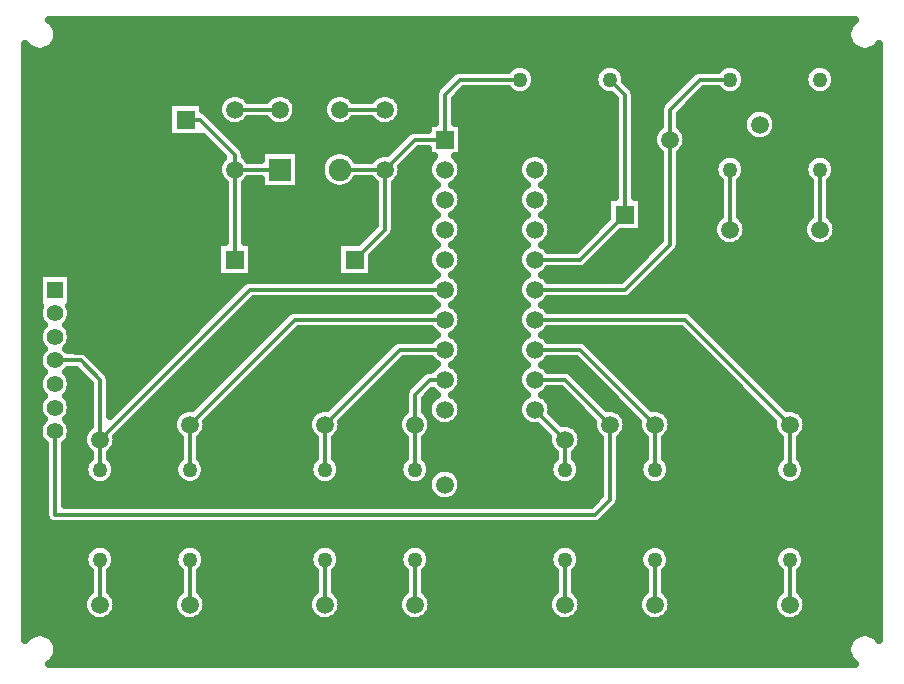
<source format=gtl>
G04 DipTrace 3.2.0.1*
G04 Top.gtl*
%MOIN*%
G04 #@! TF.FileFunction,Copper,L1,Top*
G04 #@! TF.Part,Single*
G04 #@! TA.AperFunction,Conductor*
%ADD14C,0.012992*%
G04 #@! TA.AperFunction,CopperBalancing*
%ADD15C,0.025*%
G04 #@! TA.AperFunction,ComponentPad*
%ADD16C,0.062992*%
%ADD17R,0.062992X0.062992*%
%ADD18C,0.05*%
%ADD19C,0.05*%
%ADD20C,0.062992*%
%ADD21C,0.129921*%
%ADD22R,0.055118X0.055118*%
%ADD23C,0.055118*%
%ADD24C,0.059055*%
%ADD25R,0.059055X0.059055*%
%ADD26R,0.074803X0.074803*%
%ADD27C,0.074803*%
%ADD28C,0.059055*%
%FSLAX26Y26*%
G04*
G70*
G90*
G75*
G01*
G04 Top*
%LPD*%
X693701Y543701D2*
D14*
X993701D1*
X2993701D1*
X2343701Y1943701D2*
Y2093701D1*
X2243702Y2193699D1*
X2143701D1*
X3093701Y1793701D2*
X2793701D1*
Y1743701D1*
X3143701Y1393701D1*
Y643701D1*
X3043701Y543701D1*
X2993701D1*
X3093701Y1793701D2*
D3*
X873294Y2380118D2*
Y1862795D1*
X979987Y1983661D2*
Y2082087D1*
Y2160827D2*
Y2082087D1*
Y1983661D2*
Y1969488D1*
X873294Y1862795D1*
X1243701Y1793701D2*
X1443701D1*
X1243701D2*
X1393701Y1943701D1*
Y2093701D1*
Y2293701D1*
Y2393701D1*
X886877D1*
X873294Y2380118D1*
X1393701Y2393701D2*
X1743701D1*
X1843701Y2493701D1*
X2143701D1*
X2243701Y2393701D1*
Y2193699D1*
X993701Y543701D2*
X1443701D1*
X1743701D1*
X2243701D1*
X2543701D1*
X1393701Y2293701D2*
D3*
X979987Y2259252D2*
X1028150D1*
X1143701Y2143701D1*
Y2093701D1*
X1293701D1*
X1143701D2*
Y1793701D1*
Y2093701D2*
D3*
X1493701D2*
X1643701D1*
X1743701Y2193701D1*
X1843701D1*
X2093701Y2393701D2*
X1893701D1*
X1843701Y2343701D1*
Y2193701D1*
X1643701Y2093701D2*
Y1893701D1*
X1543701Y1793701D1*
X2143701Y1793699D2*
X2293699D1*
X2443701Y1943701D1*
X2393701Y2393701D2*
X2443701Y2343701D1*
Y1943701D1*
X2543701Y793701D2*
Y643701D1*
X2993701Y793701D2*
Y643701D1*
X2793701Y2093701D2*
Y1893701D1*
X3093701D2*
Y2093701D1*
X1743701Y793701D2*
Y643701D1*
X1443701Y793701D2*
Y643701D1*
X2243701Y793701D2*
Y643701D1*
X993701Y793701D2*
Y643701D1*
X693701Y793701D2*
Y643701D1*
X1843701Y1393699D2*
X1793699D1*
X1743701Y1343701D1*
Y1243701D1*
Y1093701D1*
Y1243701D2*
D3*
X1843701Y1493699D2*
X1693699D1*
X1443701Y1243701D1*
Y1093701D1*
Y1243701D2*
D3*
X1843701Y1593701D2*
X1343701D1*
X993701Y1243701D1*
Y1093701D1*
Y1243701D2*
D3*
X1843701Y1693699D2*
X1193699D1*
X693701Y1193701D1*
Y1093701D1*
X543701Y1457480D2*
X629921D1*
X693701Y1393701D1*
Y1193701D1*
X2143701Y1293701D2*
X2243701Y1193701D1*
Y1093701D1*
Y1193701D2*
D3*
X2143701Y1493699D2*
X2293702D1*
X2543701Y1243701D1*
Y1093701D1*
Y1243701D2*
D3*
X2143701Y1693699D2*
X2443699D1*
X2593701Y1843701D1*
Y2193701D1*
Y2293701D1*
X2693701Y2393701D1*
X2793701D1*
X2593701Y2193701D2*
D3*
X2143701Y1593701D2*
X2643701D1*
X2993701Y1243701D1*
Y1093701D1*
Y1243701D2*
D3*
X2143701Y1393699D2*
X2243702D1*
X2393701Y1243701D1*
Y993701D1*
X2343701Y943701D1*
X543701D1*
Y1221260D1*
X2393701Y1243701D2*
D3*
X1493701Y2293701D2*
X1643701D1*
X1293701D2*
X1143701D1*
X548924Y2566962D2*
D15*
X3188480D1*
X553803Y2542093D2*
X3183600D1*
X547381Y2517224D2*
X3190024D1*
X448089Y2492356D2*
X465014D1*
X522369D2*
X3215034D1*
X3272390D2*
X3289315D1*
X448089Y2467487D2*
X3289315D1*
X448089Y2442618D2*
X2075138D1*
X2112290D2*
X2375129D1*
X2412281D2*
X2775130D1*
X2812282D2*
X3075122D1*
X3112274D2*
X3289315D1*
X448089Y2417749D2*
X1868623D1*
X2141715D2*
X2345668D1*
X2441743D2*
X2668626D1*
X2841743D2*
X3045661D1*
X3141735D2*
X3289315D1*
X448089Y2392881D2*
X1843720D1*
X2147672D2*
X2339711D1*
X2447699D2*
X2643722D1*
X2847701D2*
X3039705D1*
X3147692D2*
X3289315D1*
X448089Y2368012D2*
X1818853D1*
X2140818D2*
X2346566D1*
X2468547D2*
X2618854D1*
X2840811D2*
X3046558D1*
X3140839D2*
X3289315D1*
X448089Y2343143D2*
X1114877D1*
X1172555D2*
X1264873D1*
X1322550D2*
X1464856D1*
X1522533D2*
X1614850D1*
X1672529D2*
X1808196D1*
X1892283D2*
X2081453D1*
X2105974D2*
X2381445D1*
X2479206D2*
X2593987D1*
X2692286D2*
X2781446D1*
X2805967D2*
X3081438D1*
X3105959D2*
X3289315D1*
X448089Y2318274D2*
X1090870D1*
X1346556D2*
X1440849D1*
X1696535D2*
X1808196D1*
X1879186D2*
X2408214D1*
X2479206D2*
X2569119D1*
X2667419D2*
X3289315D1*
X448089Y2293406D2*
X919487D1*
X1040465D2*
X1085164D1*
X1352227D2*
X1435178D1*
X1702205D2*
X1808196D1*
X1879186D2*
X2408214D1*
X2479206D2*
X2558210D1*
X2642550D2*
X2865379D1*
X2922052D2*
X3289315D1*
X448089Y2268537D2*
X919487D1*
X1068024D2*
X1091157D1*
X1346234D2*
X1441135D1*
X1696248D2*
X1808196D1*
X1879186D2*
X2408214D1*
X2479206D2*
X2558210D1*
X2629201D2*
X2840978D1*
X2946417D2*
X3289315D1*
X448089Y2243668D2*
X919487D1*
X1092891D2*
X1115990D1*
X1171407D2*
X1266021D1*
X1321402D2*
X1466004D1*
X1521385D2*
X1615999D1*
X1671381D2*
X1785193D1*
X1902223D2*
X2408214D1*
X2479206D2*
X2558210D1*
X2629201D2*
X2835164D1*
X2952231D2*
X3289315D1*
X448089Y2218799D2*
X919487D1*
X1117760D2*
X1719777D1*
X1902223D2*
X2408214D1*
X2479206D2*
X2541130D1*
X2646282D2*
X2841013D1*
X2946382D2*
X3289315D1*
X448089Y2193930D2*
X1044328D1*
X1142627D2*
X1694765D1*
X1902223D2*
X2408214D1*
X2479206D2*
X2535173D1*
X2652203D2*
X2865487D1*
X2921908D2*
X3289315D1*
X448089Y2169062D2*
X1069196D1*
X1167495D2*
X1669898D1*
X1902223D2*
X2408214D1*
X2479206D2*
X2540878D1*
X2646497D2*
X3289315D1*
X448089Y2144193D2*
X1094064D1*
X1179193D2*
X1227302D1*
X1360085D2*
X1452045D1*
X1535344D2*
X1616932D1*
X1743328D2*
X1785193D1*
X1902223D2*
X2116942D1*
X2170458D2*
X2408214D1*
X2479206D2*
X2558210D1*
X2629201D2*
X2781087D1*
X2806290D2*
X3081114D1*
X3106282D2*
X3289315D1*
X448089Y2119324D2*
X1091373D1*
X1360085D2*
X1432667D1*
X1718461D2*
X1791402D1*
X1896016D2*
X2091392D1*
X2196008D2*
X2408214D1*
X2479206D2*
X2558210D1*
X2629201D2*
X2746530D1*
X2840882D2*
X3046522D1*
X3140874D2*
X3289315D1*
X448089Y2094455D2*
X1085201D1*
X1360085D2*
X1427320D1*
X1702205D2*
X1785193D1*
X1902223D2*
X2085185D1*
X2202215D2*
X2408214D1*
X2479206D2*
X2558210D1*
X2629201D2*
X2739713D1*
X2847701D2*
X3039705D1*
X3147692D2*
X3289315D1*
X448089Y2069587D2*
X1090619D1*
X1360085D2*
X1432021D1*
X1696751D2*
X1790647D1*
X1896769D2*
X2090639D1*
X2196761D2*
X2408214D1*
X2479206D2*
X2558210D1*
X2629201D2*
X2745705D1*
X2841707D2*
X3045697D1*
X3141699D2*
X3289315D1*
X448089Y2044718D2*
X1108202D1*
X1179193D2*
X1227302D1*
X1360085D2*
X1450178D1*
X1537210D2*
X1608213D1*
X1679203D2*
X1814008D1*
X1873373D2*
X2114000D1*
X2173400D2*
X2408214D1*
X2479206D2*
X2558210D1*
X2629201D2*
X2758228D1*
X2829184D2*
X3058220D1*
X3129176D2*
X3289315D1*
X448089Y2019849D2*
X1108202D1*
X1179193D2*
X1608213D1*
X1679203D2*
X1791652D1*
X1895728D2*
X2091644D1*
X2195756D2*
X2408214D1*
X2479206D2*
X2558210D1*
X2629201D2*
X2758228D1*
X2829184D2*
X3058220D1*
X3129176D2*
X3289315D1*
X448089Y1994980D2*
X1108202D1*
X1179193D2*
X1608213D1*
X1679203D2*
X1785193D1*
X1902223D2*
X2085185D1*
X2202215D2*
X2383203D1*
X2504181D2*
X2558210D1*
X2629201D2*
X2758228D1*
X2829184D2*
X3058220D1*
X3129176D2*
X3289315D1*
X448089Y1970112D2*
X1108202D1*
X1179193D2*
X1608213D1*
X1679203D2*
X1790396D1*
X1897021D2*
X2090388D1*
X2197012D2*
X2383203D1*
X2504181D2*
X2558210D1*
X2629201D2*
X2758228D1*
X2829184D2*
X3058220D1*
X3129176D2*
X3289315D1*
X448089Y1945243D2*
X1108202D1*
X1179193D2*
X1608213D1*
X1679203D2*
X1813112D1*
X1874306D2*
X2113102D1*
X2174298D2*
X2383203D1*
X2504181D2*
X2558210D1*
X2629201D2*
X2758228D1*
X2829184D2*
X3058220D1*
X3129176D2*
X3289315D1*
X448089Y1920374D2*
X1108202D1*
X1179193D2*
X1608213D1*
X1679203D2*
X1791940D1*
X1895478D2*
X2091932D1*
X2195470D2*
X2371218D1*
X2504181D2*
X2558210D1*
X2629201D2*
X2741937D1*
X2845475D2*
X3041929D1*
X3145467D2*
X3289315D1*
X448089Y1895505D2*
X1108202D1*
X1179193D2*
X1596370D1*
X1679203D2*
X1785193D1*
X1902188D2*
X2085220D1*
X2202180D2*
X2346350D1*
X2504181D2*
X2558210D1*
X2629201D2*
X2735227D1*
X2852186D2*
X3035219D1*
X3152177D2*
X3289315D1*
X448089Y1870636D2*
X1108202D1*
X1179193D2*
X1571467D1*
X1669802D2*
X1790146D1*
X1897236D2*
X2090136D1*
X2197264D2*
X2321483D1*
X2419781D2*
X2558210D1*
X2629201D2*
X2740143D1*
X2847269D2*
X3040135D1*
X3147261D2*
X3289315D1*
X448089Y1845768D2*
X1083227D1*
X1204205D2*
X1483228D1*
X1644934D2*
X1812214D1*
X1875203D2*
X2112206D1*
X2175194D2*
X2296614D1*
X2394913D2*
X2546619D1*
X2629201D2*
X2762213D1*
X2825201D2*
X3062203D1*
X3125193D2*
X3289315D1*
X448089Y1820899D2*
X1083227D1*
X1204205D2*
X1483228D1*
X1620067D2*
X1792227D1*
X1895190D2*
X2092218D1*
X2370046D2*
X2521752D1*
X2620051D2*
X3289315D1*
X448089Y1796030D2*
X1083227D1*
X1204205D2*
X1483228D1*
X1604206D2*
X1785230D1*
X1902188D2*
X2085220D1*
X2345178D2*
X2496885D1*
X2595184D2*
X3289315D1*
X448089Y1771161D2*
X1083227D1*
X1204205D2*
X1483228D1*
X1604206D2*
X1789930D1*
X1897487D2*
X2089921D1*
X2320310D2*
X2472017D1*
X2570315D2*
X3289315D1*
X448089Y1746293D2*
X487155D1*
X600238D2*
X1083227D1*
X1204205D2*
X1483228D1*
X1604206D2*
X1811353D1*
X1876064D2*
X2111345D1*
X2176056D2*
X2447148D1*
X2545448D2*
X3289315D1*
X448089Y1721424D2*
X487155D1*
X600238D2*
X1173332D1*
X1894867D2*
X2092505D1*
X2520580D2*
X3289315D1*
X448089Y1696555D2*
X487155D1*
X600238D2*
X1147387D1*
X1902152D2*
X2085257D1*
X2495713D2*
X3289315D1*
X448089Y1671686D2*
X487155D1*
X600238D2*
X1122520D1*
X1897702D2*
X2089671D1*
X2470844D2*
X3289315D1*
X448089Y1646818D2*
X487155D1*
X600238D2*
X1097652D1*
X1195987D2*
X1810528D1*
X1876853D2*
X2110520D1*
X2176881D2*
X3289315D1*
X448089Y1621949D2*
X487621D1*
X599807D2*
X1072785D1*
X1171084D2*
X1324154D1*
X1894580D2*
X2092828D1*
X2663256D2*
X3289315D1*
X448089Y1597080D2*
X490205D1*
X597223D2*
X1047917D1*
X1146215D2*
X1297921D1*
X1902115D2*
X2085293D1*
X2689487D2*
X3289315D1*
X448089Y1572211D2*
X500862D1*
X586530D2*
X1023049D1*
X1121348D2*
X1273054D1*
X1897917D2*
X2089455D1*
X2714354D2*
X3289315D1*
X448089Y1547343D2*
X488303D1*
X599089D2*
X998181D1*
X1096480D2*
X1248186D1*
X1346486D2*
X1809738D1*
X1877643D2*
X2109765D1*
X2177635D2*
X2640924D1*
X2739222D2*
X3289315D1*
X448089Y1522474D2*
X488913D1*
X598479D2*
X973314D1*
X1071613D2*
X1223319D1*
X1321618D2*
X1675064D1*
X1894257D2*
X2093151D1*
X2312344D2*
X2665791D1*
X2764091D2*
X3289315D1*
X448089Y1497605D2*
X503374D1*
X584018D2*
X948446D1*
X1046744D2*
X1198451D1*
X1296749D2*
X1648438D1*
X1902080D2*
X2085328D1*
X2338934D2*
X2690659D1*
X2788958D2*
X3289315D1*
X448089Y1472736D2*
X489344D1*
X663824D2*
X923577D1*
X1021877D2*
X1173583D1*
X1271882D2*
X1623571D1*
X1898133D2*
X2089240D1*
X2363802D2*
X2715526D1*
X2813825D2*
X3289315D1*
X448089Y1447867D2*
X488016D1*
X688692D2*
X898710D1*
X997009D2*
X1148715D1*
X1247014D2*
X1598703D1*
X1697038D2*
X1808984D1*
X1878396D2*
X2108976D1*
X2178424D2*
X2290371D1*
X2388669D2*
X2740395D1*
X2838693D2*
X3289315D1*
X448089Y1422999D2*
X499571D1*
X587822D2*
X615261D1*
X713560D2*
X873843D1*
X972142D2*
X1123848D1*
X1222147D2*
X1573836D1*
X1672134D2*
X1776043D1*
X1893934D2*
X2093438D1*
X2261353D2*
X2315239D1*
X2413538D2*
X2765262D1*
X2863560D2*
X3289315D1*
X448089Y1398130D2*
X490743D1*
X596650D2*
X640129D1*
X728882D2*
X848975D1*
X947274D2*
X1098980D1*
X1197278D2*
X1548967D1*
X1647266D2*
X1748986D1*
X1902045D2*
X2085365D1*
X2288409D2*
X2340106D1*
X2438441D2*
X2790130D1*
X2888429D2*
X3289315D1*
X448089Y1373261D2*
X487442D1*
X599987D2*
X658214D1*
X729206D2*
X824108D1*
X922406D2*
X1074112D1*
X1172411D2*
X1524100D1*
X1622399D2*
X1724118D1*
X1898348D2*
X2089025D1*
X2313277D2*
X2364974D1*
X2463308D2*
X2814997D1*
X2913297D2*
X3289315D1*
X448089Y1348392D2*
X496484D1*
X590944D2*
X658214D1*
X729206D2*
X799239D1*
X897538D2*
X1049244D1*
X1147543D2*
X1499232D1*
X1597531D2*
X1708545D1*
X1797550D2*
X1808266D1*
X1879150D2*
X2108259D1*
X2179142D2*
X2239846D1*
X2338144D2*
X2389841D1*
X2488177D2*
X2839865D1*
X2938164D2*
X3289315D1*
X448089Y1323524D2*
X492537D1*
X594856D2*
X658214D1*
X729206D2*
X774371D1*
X872671D2*
X1024377D1*
X1122676D2*
X1474365D1*
X1572663D2*
X1708222D1*
X1779177D2*
X1793769D1*
X1893612D2*
X2093761D1*
X2193639D2*
X2264714D1*
X2363013D2*
X2414710D1*
X2513045D2*
X2864734D1*
X2963031D2*
X3289315D1*
X448089Y1298655D2*
X487155D1*
X600238D2*
X658214D1*
X729206D2*
X749504D1*
X847803D2*
X980311D1*
X1097808D2*
X1430335D1*
X1547795D2*
X1708222D1*
X1902008D2*
X2085400D1*
X2202000D2*
X2289581D1*
X2407079D2*
X2439577D1*
X2557075D2*
X2889601D1*
X3007062D2*
X3289315D1*
X448089Y1273786D2*
X493937D1*
X593455D2*
X658214D1*
X822934D2*
X943961D1*
X1072940D2*
X1393948D1*
X1522928D2*
X1693940D1*
X1898563D2*
X2088845D1*
X2212765D2*
X2314449D1*
X2443465D2*
X2464480D1*
X2593461D2*
X2914469D1*
X3043449D2*
X3289315D1*
X448089Y1248917D2*
X494762D1*
X592630D2*
X658214D1*
X798067D2*
X935420D1*
X1051984D2*
X1385408D1*
X1501971D2*
X1685436D1*
X1879867D2*
X2107541D1*
X2255647D2*
X2335441D1*
X2451970D2*
X2485437D1*
X2601966D2*
X2935425D1*
X3051990D2*
X3289315D1*
X448089Y1224049D2*
X487226D1*
X600165D2*
X644112D1*
X773199D2*
X938757D1*
X1048647D2*
X1388744D1*
X1498671D2*
X1688736D1*
X1798661D2*
X2164202D1*
X2293290D2*
X2338743D1*
X2448668D2*
X2488739D1*
X2598664D2*
X2938726D1*
X3048652D2*
X3289315D1*
X448089Y1199180D2*
X491856D1*
X595537D2*
X635463D1*
X751957D2*
X957202D1*
X1030202D2*
X1407189D1*
X1480190D2*
X1707217D1*
X1780218D2*
X2185445D1*
X2301937D2*
X2357188D1*
X2430188D2*
X2507182D1*
X2580219D2*
X2957206D1*
X3030207D2*
X3289315D1*
X448089Y1174311D2*
X508219D1*
X579173D2*
X638657D1*
X748762D2*
X958206D1*
X1029197D2*
X1408230D1*
X1479185D2*
X1708222D1*
X1779177D2*
X2188639D1*
X2298744D2*
X2358228D1*
X2429182D2*
X2508223D1*
X2579178D2*
X2958211D1*
X3029202D2*
X3289315D1*
X448089Y1149442D2*
X508219D1*
X579173D2*
X656850D1*
X730533D2*
X958206D1*
X1029197D2*
X1408230D1*
X1479185D2*
X1708222D1*
X1779177D2*
X2206869D1*
X2280551D2*
X2358228D1*
X2429182D2*
X2508223D1*
X2579178D2*
X2958211D1*
X3029202D2*
X3289315D1*
X448089Y1124573D2*
X508219D1*
X579173D2*
X649997D1*
X737423D2*
X949988D1*
X1037415D2*
X1399976D1*
X1487403D2*
X1700004D1*
X1787394D2*
X2199979D1*
X2287404D2*
X2358228D1*
X2429182D2*
X2500007D1*
X2587396D2*
X2949993D1*
X3037420D2*
X3289315D1*
X448089Y1099705D2*
X508219D1*
X579173D2*
X640056D1*
X747327D2*
X940049D1*
X1047354D2*
X1390072D1*
X1497343D2*
X1690064D1*
X1797335D2*
X2190075D1*
X2297344D2*
X2358228D1*
X2429182D2*
X2490067D1*
X2597336D2*
X2940054D1*
X3047324D2*
X3289315D1*
X448089Y1074836D2*
X508219D1*
X579173D2*
X643286D1*
X744097D2*
X943278D1*
X1044125D2*
X1393302D1*
X1494113D2*
X1693294D1*
X1892786D2*
X2193304D1*
X2294115D2*
X2358228D1*
X2429182D2*
X2493295D1*
X2594106D2*
X2943283D1*
X3044130D2*
X3289315D1*
X448089Y1049967D2*
X508219D1*
X579173D2*
X664028D1*
X723392D2*
X964020D1*
X1023385D2*
X1414007D1*
X1473371D2*
X1714035D1*
X1773399D2*
X1785516D1*
X1901865D2*
X2214009D1*
X2273374D2*
X2358228D1*
X2429182D2*
X2514037D1*
X2573366D2*
X2964025D1*
X3023390D2*
X3289315D1*
X448089Y1025098D2*
X508219D1*
X579173D2*
X1788350D1*
X1899030D2*
X2358228D1*
X2429182D2*
X3289315D1*
X448089Y1000230D2*
X508219D1*
X579173D2*
X1805862D1*
X1881518D2*
X2351087D1*
X2429182D2*
X3289315D1*
X448089Y975361D2*
X508219D1*
X2423621D2*
X3289315D1*
X448089Y950492D2*
X508219D1*
X2399650D2*
X3289315D1*
X448089Y925623D2*
X513601D1*
X2374782D2*
X3289315D1*
X448089Y900755D2*
X3289315D1*
X448089Y875886D2*
X3289315D1*
X448089Y851017D2*
X3289315D1*
X448089Y826148D2*
X651217D1*
X736167D2*
X951209D1*
X1036194D2*
X1401232D1*
X1486182D2*
X1701224D1*
X1786175D2*
X2201235D1*
X2286185D2*
X2501226D1*
X2586176D2*
X2951214D1*
X3036199D2*
X3289315D1*
X448089Y801280D2*
X640273D1*
X747147D2*
X940264D1*
X1047139D2*
X1390252D1*
X1497127D2*
X1690280D1*
X1797119D2*
X2190253D1*
X2297129D2*
X2490282D1*
X2597121D2*
X2940269D1*
X3047144D2*
X3289315D1*
X448089Y776411D2*
X642713D1*
X744707D2*
X942705D1*
X1044699D2*
X1392692D1*
X1494686D2*
X1692684D1*
X1794715D2*
X2192694D1*
X2294689D2*
X2492686D1*
X2594717D2*
X2942710D1*
X3044705D2*
X3289315D1*
X448089Y751542D2*
X658214D1*
X729206D2*
X958206D1*
X1029197D2*
X1408230D1*
X1479185D2*
X1708222D1*
X1779177D2*
X2208196D1*
X2279188D2*
X2508223D1*
X2579178D2*
X2958211D1*
X3029202D2*
X3289315D1*
X448089Y726673D2*
X658214D1*
X729206D2*
X958206D1*
X1029197D2*
X1408230D1*
X1479185D2*
X1708222D1*
X1779177D2*
X2208196D1*
X2279188D2*
X2508223D1*
X2579178D2*
X2958211D1*
X3029202D2*
X3289315D1*
X448089Y701804D2*
X658214D1*
X729206D2*
X958206D1*
X1029197D2*
X1408230D1*
X1479185D2*
X1708222D1*
X1779177D2*
X2208196D1*
X2279188D2*
X2508223D1*
X2579178D2*
X2958211D1*
X3029202D2*
X3289315D1*
X448089Y676936D2*
X646122D1*
X741298D2*
X946113D1*
X1041290D2*
X1396101D1*
X1491314D2*
X1696093D1*
X1791306D2*
X2196104D1*
X2291280D2*
X2496094D1*
X2591307D2*
X2946118D1*
X3041295D2*
X3289315D1*
X448089Y652067D2*
X635823D1*
X751597D2*
X935815D1*
X1051589D2*
X1385802D1*
X1501576D2*
X1685794D1*
X1801605D2*
X2185804D1*
X2301579D2*
X2485797D1*
X2601606D2*
X2935820D1*
X3051594D2*
X3289315D1*
X448089Y627198D2*
X637652D1*
X749731D2*
X937681D1*
X1049723D2*
X1387668D1*
X1499747D2*
X1687660D1*
X1799739D2*
X2187671D1*
X2299748D2*
X2487661D1*
X2599740D2*
X2937650D1*
X3049728D2*
X3289315D1*
X448089Y602329D2*
X653442D1*
X733978D2*
X953433D1*
X1033970D2*
X1403421D1*
X1483958D2*
X1703413D1*
X1783986D2*
X2203424D1*
X2283959D2*
X2503415D1*
X2583987D2*
X2953438D1*
X3033975D2*
X3289315D1*
X448089Y577461D2*
X3289315D1*
X448089Y552592D2*
X3289315D1*
X542715Y527723D2*
X3194688D1*
X553085Y502854D2*
X3184318D1*
X551651Y477986D2*
X3185753D1*
X537117Y453117D2*
X3200286D1*
X1094899Y1851689D2*
X1110724D1*
X1110713Y2048442D1*
X1104089Y2054089D1*
X1098379Y2060773D1*
X1093787Y2068269D1*
X1090423Y2076390D1*
X1088371Y2084937D1*
X1087681Y2093701D1*
X1088371Y2102465D1*
X1090423Y2111012D1*
X1093787Y2119133D1*
X1098379Y2126629D1*
X1104089Y2133312D1*
X1105818Y2134911D1*
X1037986Y2202764D1*
X1037975Y2201264D1*
X921999D1*
Y2317240D1*
X1037975D1*
Y2290722D1*
X1043126Y2288644D1*
X1047539Y2285940D1*
X1051476Y2282579D1*
X1168785Y2165125D1*
X1171828Y2160937D1*
X1174178Y2156325D1*
X1175778Y2151402D1*
X1176588Y2146289D1*
X1176689Y2139000D1*
X1183312Y2133312D1*
X1188969Y2126696D1*
X1229787Y2126689D1*
X1229807Y2157594D1*
X1357594D1*
Y2029807D1*
X1229807D1*
Y2060703D1*
X1188955Y2060713D1*
X1183312Y2054089D1*
X1176696Y2048433D1*
X1176689Y1851661D1*
X1201689Y1851689D1*
Y1735713D1*
X1085713D1*
Y1851689D1*
X1094899D1*
X2394899Y2001689D2*
X2410724D1*
X2410713Y2330066D1*
X2398324Y2342425D1*
X2389661Y2342367D1*
X2381680Y2343631D1*
X2373996Y2346129D1*
X2366797Y2349797D1*
X2360260Y2354546D1*
X2354546Y2360260D1*
X2349797Y2366797D1*
X2346129Y2373996D1*
X2343631Y2381680D1*
X2342367Y2389661D1*
Y2397740D1*
X2343631Y2405722D1*
X2346129Y2413406D1*
X2349797Y2420605D1*
X2354546Y2427142D1*
X2360260Y2432856D1*
X2366797Y2437605D1*
X2373996Y2441273D1*
X2381680Y2443770D1*
X2389661Y2445034D1*
X2397740D1*
X2405722Y2443770D1*
X2413406Y2441273D1*
X2420605Y2437605D1*
X2427142Y2432856D1*
X2432856Y2427142D1*
X2437605Y2420605D1*
X2441273Y2413406D1*
X2443770Y2405722D1*
X2445034Y2397740D1*
X2444966Y2389080D1*
X2468785Y2365125D1*
X2471828Y2360937D1*
X2474178Y2356325D1*
X2475777Y2351402D1*
X2476588Y2346289D1*
X2476689Y2279396D1*
Y2001689D1*
X2501689D1*
Y1885713D1*
X2432396D1*
X2315123Y1768615D1*
X2310936Y1765572D1*
X2306324Y1763222D1*
X2301400Y1761623D1*
X2296287Y1760812D1*
X2229395Y1760711D1*
X2188954D1*
X2183312Y1754088D1*
X2176629Y1748378D1*
X2168962Y1743706D1*
X2176629Y1739021D1*
X2183312Y1733311D1*
X2188969Y1726694D1*
X2430021Y1726688D1*
X2560717Y1857369D1*
X2560713Y2148394D1*
X2554089Y2154089D1*
X2548379Y2160773D1*
X2543787Y2168269D1*
X2540423Y2176390D1*
X2538371Y2184937D1*
X2537681Y2193701D1*
X2538371Y2202465D1*
X2540423Y2211012D1*
X2543787Y2219133D1*
X2548379Y2226629D1*
X2554089Y2233312D1*
X2560706Y2238969D1*
X2560814Y2296289D1*
X2561623Y2301402D1*
X2563223Y2306325D1*
X2565573Y2310937D1*
X2568617Y2315125D1*
X2615845Y2362497D1*
X2672277Y2418785D1*
X2676465Y2421828D1*
X2681076Y2424178D1*
X2686000Y2425778D1*
X2691113Y2426588D1*
X2754165Y2426689D1*
X2760260Y2432856D1*
X2766797Y2437605D1*
X2773996Y2441273D1*
X2781680Y2443770D1*
X2789661Y2445034D1*
X2797740D1*
X2805722Y2443770D1*
X2813406Y2441273D1*
X2820605Y2437605D1*
X2827142Y2432856D1*
X2832856Y2427142D1*
X2837605Y2420605D1*
X2841273Y2413406D1*
X2843770Y2405722D1*
X2845034Y2397740D1*
Y2389661D1*
X2843770Y2381680D1*
X2841273Y2373996D1*
X2837605Y2366797D1*
X2832856Y2360260D1*
X2827142Y2354546D1*
X2820605Y2349797D1*
X2813406Y2346129D1*
X2805722Y2343631D1*
X2797740Y2342367D1*
X2789661D1*
X2781680Y2343631D1*
X2773996Y2346129D1*
X2766797Y2349797D1*
X2760260Y2354546D1*
X2754184Y2360718D1*
X2707399Y2360713D1*
X2626671Y2280018D1*
X2626689Y2238978D1*
X2633312Y2233312D1*
X2639022Y2226629D1*
X2643614Y2219133D1*
X2646979Y2211012D1*
X2649030Y2202465D1*
X2649720Y2193701D1*
X2649030Y2184937D1*
X2646979Y2176390D1*
X2643614Y2168269D1*
X2639022Y2160773D1*
X2633312Y2154089D1*
X2626696Y2148433D1*
X2626588Y1841113D1*
X2625778Y1836000D1*
X2624178Y1831076D1*
X2621828Y1826465D1*
X2618785Y1822277D1*
X2571556Y1774904D1*
X2465123Y1668615D1*
X2460936Y1665572D1*
X2456324Y1663222D1*
X2451400Y1661622D1*
X2446287Y1660812D1*
X2379395Y1660711D1*
X2188958D1*
X2183312Y1654088D1*
X2176629Y1648378D1*
X2168962Y1643706D1*
X2176629Y1639022D1*
X2183312Y1633312D1*
X2188969Y1626696D1*
X2646289Y1626588D1*
X2651402Y1625778D1*
X2656325Y1624178D1*
X2660937Y1621828D1*
X2665125Y1618785D1*
X2712497Y1571556D1*
X2984988Y1299066D1*
X2993701Y1299720D1*
X3002465Y1299030D1*
X3011012Y1296979D1*
X3019133Y1293614D1*
X3026629Y1289022D1*
X3033312Y1283312D1*
X3039022Y1276629D1*
X3043614Y1269133D1*
X3046979Y1261012D1*
X3049030Y1252465D1*
X3049720Y1243701D1*
X3049030Y1234937D1*
X3046979Y1226390D1*
X3043614Y1218269D1*
X3039022Y1210773D1*
X3033312Y1204089D1*
X3026696Y1198433D1*
X3026689Y1133214D1*
X3030112Y1130112D1*
X3035358Y1123967D1*
X3039580Y1117077D1*
X3042673Y1109613D1*
X3044559Y1101756D1*
X3045193Y1093701D1*
X3044559Y1085646D1*
X3042673Y1077789D1*
X3039580Y1070324D1*
X3035358Y1063434D1*
X3030112Y1057290D1*
X3023967Y1052043D1*
X3017077Y1047822D1*
X3009613Y1044728D1*
X3001756Y1042843D1*
X2993701Y1042209D1*
X2985646Y1042843D1*
X2977789Y1044728D1*
X2970324Y1047822D1*
X2963434Y1052043D1*
X2957290Y1057290D1*
X2952043Y1063434D1*
X2947822Y1070324D1*
X2944728Y1077789D1*
X2942843Y1085646D1*
X2942209Y1093701D1*
X2942843Y1101756D1*
X2944728Y1109613D1*
X2947822Y1117077D1*
X2952043Y1123967D1*
X2957290Y1130112D1*
X2960718Y1133218D1*
X2960713Y1198446D1*
X2954089Y1204089D1*
X2948379Y1210773D1*
X2943787Y1218269D1*
X2940423Y1226390D1*
X2938371Y1234937D1*
X2937681Y1243701D1*
X2938361Y1252379D1*
X2630034Y1560715D1*
X2189012Y1560713D1*
X2183312Y1554089D1*
X2176629Y1548379D1*
X2168962Y1543707D1*
X2176629Y1539021D1*
X2183312Y1533311D1*
X2188969Y1526694D1*
X2296290Y1526587D1*
X2301403Y1525777D1*
X2306327Y1524177D1*
X2310938Y1521827D1*
X2315126Y1518783D1*
X2362499Y1471555D1*
X2535016Y1299038D1*
X2543701Y1299720D1*
X2552465Y1299030D1*
X2561012Y1296979D1*
X2569133Y1293614D1*
X2576629Y1289022D1*
X2583312Y1283312D1*
X2589022Y1276629D1*
X2593614Y1269133D1*
X2596979Y1261012D1*
X2599030Y1252465D1*
X2599720Y1243701D1*
X2599030Y1234937D1*
X2596979Y1226390D1*
X2593614Y1218269D1*
X2589022Y1210773D1*
X2583312Y1204089D1*
X2576696Y1198433D1*
X2576689Y1133214D1*
X2582856Y1127142D1*
X2587605Y1120605D1*
X2591273Y1113406D1*
X2593770Y1105722D1*
X2595034Y1097740D1*
Y1089661D1*
X2593770Y1081680D1*
X2591273Y1073996D1*
X2587605Y1066797D1*
X2582856Y1060260D1*
X2577142Y1054546D1*
X2570605Y1049797D1*
X2563406Y1046129D1*
X2555722Y1043631D1*
X2547740Y1042367D1*
X2539661D1*
X2531680Y1043631D1*
X2523996Y1046129D1*
X2516797Y1049797D1*
X2510260Y1054546D1*
X2504546Y1060260D1*
X2499797Y1066797D1*
X2496129Y1073996D1*
X2493631Y1081680D1*
X2492367Y1089661D1*
Y1097740D1*
X2493631Y1105722D1*
X2496129Y1113406D1*
X2499797Y1120605D1*
X2504546Y1127142D1*
X2510718Y1133218D1*
X2510713Y1198446D1*
X2504089Y1204089D1*
X2498379Y1210773D1*
X2493787Y1218269D1*
X2490423Y1226390D1*
X2488371Y1234937D1*
X2487681Y1243701D1*
X2488361Y1252379D1*
X2280058Y1460692D1*
X2188957Y1460711D1*
X2183312Y1454088D1*
X2176629Y1448378D1*
X2168962Y1443706D1*
X2176629Y1439021D1*
X2183312Y1433311D1*
X2188969Y1426694D1*
X2246290Y1426587D1*
X2251403Y1425776D1*
X2256327Y1424177D1*
X2260938Y1421827D1*
X2265126Y1418783D1*
X2312499Y1371555D1*
X2384992Y1299062D1*
X2393701Y1299720D1*
X2402465Y1299030D1*
X2411012Y1296979D1*
X2419133Y1293614D1*
X2426629Y1289022D1*
X2433312Y1283312D1*
X2439022Y1276629D1*
X2443614Y1269133D1*
X2446979Y1261012D1*
X2449030Y1252465D1*
X2449720Y1243701D1*
X2449030Y1234937D1*
X2446979Y1226390D1*
X2443614Y1218269D1*
X2439022Y1210773D1*
X2433312Y1204089D1*
X2426696Y1198433D1*
X2426588Y991113D1*
X2425777Y986000D1*
X2424178Y981076D1*
X2421828Y976465D1*
X2418785Y972277D1*
X2371556Y924904D1*
X2365125Y918617D1*
X2360937Y915573D1*
X2356325Y913223D1*
X2351402Y911625D1*
X2346289Y910814D1*
X2279396Y910713D1*
X541113Y910814D1*
X536000Y911625D1*
X531076Y913223D1*
X526465Y915573D1*
X522277Y918617D1*
X518617Y922277D1*
X515573Y926465D1*
X513223Y931076D1*
X511625Y936000D1*
X510814Y941113D1*
X510713Y1008005D1*
Y1178419D1*
X505480Y1183039D1*
X499972Y1189490D1*
X495541Y1196720D1*
X492295Y1204558D1*
X490315Y1212804D1*
X489650Y1221260D1*
X490315Y1229715D1*
X492295Y1237962D1*
X495541Y1245799D1*
X499972Y1253030D1*
X505480Y1259480D1*
X506686Y1260594D1*
X502600Y1264896D1*
X497614Y1271759D1*
X493764Y1279315D1*
X491143Y1287382D1*
X489816Y1295760D1*
Y1304240D1*
X491143Y1312618D1*
X493764Y1320685D1*
X497614Y1328241D1*
X502600Y1335104D1*
X506686Y1339335D1*
X502600Y1343636D1*
X497614Y1350499D1*
X493764Y1358055D1*
X491143Y1366122D1*
X489816Y1374500D1*
Y1382980D1*
X491143Y1391358D1*
X493764Y1399425D1*
X497614Y1406982D1*
X502600Y1413844D1*
X506686Y1418075D1*
X502600Y1422377D1*
X497614Y1429239D1*
X493764Y1436795D1*
X491143Y1444862D1*
X489816Y1453240D1*
Y1461720D1*
X491143Y1470098D1*
X493764Y1478165D1*
X497614Y1485722D1*
X502600Y1492584D1*
X506686Y1496815D1*
X502600Y1501117D1*
X497614Y1507979D1*
X493764Y1515535D1*
X491143Y1523602D1*
X489816Y1531980D1*
Y1540461D1*
X491143Y1548839D1*
X493764Y1556906D1*
X497614Y1564462D1*
X502600Y1571324D1*
X506686Y1575555D1*
X502600Y1579857D1*
X497614Y1586719D1*
X493764Y1594276D1*
X491143Y1602343D1*
X489816Y1610720D1*
Y1619201D1*
X491143Y1627579D1*
X493764Y1635646D1*
X495630Y1639659D1*
X489650Y1639650D1*
Y1747752D1*
X597752D1*
Y1639650D1*
X591861Y1639500D1*
X595106Y1631663D1*
X597087Y1623416D1*
X597752Y1614961D1*
X597087Y1606505D1*
X595106Y1598259D1*
X591861Y1590421D1*
X587429Y1583190D1*
X581921Y1576740D1*
X580715Y1575626D1*
X584802Y1571324D1*
X589787Y1564462D1*
X593638Y1556906D1*
X596259Y1548839D1*
X597585Y1540461D1*
Y1531980D1*
X596259Y1523602D1*
X593638Y1515535D1*
X589787Y1507979D1*
X584802Y1501117D1*
X580715Y1496886D1*
X586475Y1490462D1*
X632509Y1490367D1*
X637622Y1489556D1*
X642546Y1487958D1*
X647157Y1485608D1*
X651345Y1482564D1*
X698718Y1435336D1*
X718785Y1415125D1*
X721828Y1410937D1*
X724178Y1406325D1*
X725778Y1401402D1*
X726588Y1396289D1*
X726689Y1329396D1*
Y1273310D1*
X1172276Y1718783D1*
X1176463Y1721827D1*
X1181075Y1724177D1*
X1185999Y1725776D1*
X1191112Y1726587D1*
X1258004Y1726688D1*
X1798455D1*
X1804089Y1733311D1*
X1810773Y1739021D1*
X1818440Y1743693D1*
X1810773Y1748378D1*
X1804089Y1754088D1*
X1798379Y1760772D1*
X1793787Y1768268D1*
X1790423Y1776388D1*
X1788371Y1784936D1*
X1787681Y1793699D1*
X1788371Y1802463D1*
X1790423Y1811010D1*
X1793787Y1819131D1*
X1798379Y1826627D1*
X1804089Y1833311D1*
X1810773Y1839021D1*
X1818440Y1843693D1*
X1810773Y1848379D1*
X1804089Y1854089D1*
X1798379Y1860773D1*
X1793787Y1868269D1*
X1790423Y1876390D1*
X1788371Y1884937D1*
X1787681Y1893701D1*
X1788371Y1902465D1*
X1790423Y1911012D1*
X1793787Y1919133D1*
X1798379Y1926629D1*
X1804089Y1933312D1*
X1810773Y1939022D1*
X1818440Y1943694D1*
X1810773Y1948379D1*
X1804089Y1954089D1*
X1798379Y1960773D1*
X1793787Y1968269D1*
X1790423Y1976390D1*
X1788371Y1984937D1*
X1787681Y1993701D1*
X1788371Y2002465D1*
X1790423Y2011012D1*
X1793787Y2019133D1*
X1798379Y2026629D1*
X1804089Y2033312D1*
X1810773Y2039022D1*
X1818440Y2043694D1*
X1810773Y2048379D1*
X1804089Y2054089D1*
X1798379Y2060773D1*
X1793787Y2068269D1*
X1790423Y2076390D1*
X1788371Y2084937D1*
X1787681Y2093701D1*
X1788371Y2102465D1*
X1790423Y2111012D1*
X1793787Y2119133D1*
X1798379Y2126629D1*
X1804089Y2133312D1*
X1809059Y2137671D1*
X1787681Y2137681D1*
Y2160682D1*
X1757399Y2160713D1*
X1699050Y2102398D1*
X1699720Y2093701D1*
X1699030Y2084937D1*
X1696979Y2076390D1*
X1693614Y2068269D1*
X1689022Y2060773D1*
X1683312Y2054089D1*
X1676696Y2048433D1*
X1676588Y1891113D1*
X1675778Y1886000D1*
X1674178Y1881076D1*
X1671828Y1876465D1*
X1668785Y1872277D1*
X1621556Y1824904D1*
X1601689Y1805037D1*
Y1735713D1*
X1485713D1*
Y1851689D1*
X1555005D1*
X1610731Y1907383D1*
X1610713Y2048398D1*
X1604089Y2054089D1*
X1598433Y2060706D1*
X1548428Y2060713D1*
X1542286Y2052205D1*
X1535197Y2045115D1*
X1527085Y2039223D1*
X1518152Y2034671D1*
X1508617Y2031572D1*
X1498714Y2030004D1*
X1488688D1*
X1478785Y2031572D1*
X1469249Y2034671D1*
X1460316Y2039223D1*
X1452205Y2045115D1*
X1445115Y2052205D1*
X1439223Y2060316D1*
X1434671Y2069249D1*
X1431572Y2078785D1*
X1430004Y2088688D1*
Y2098714D1*
X1431572Y2108617D1*
X1434671Y2118152D1*
X1439223Y2127085D1*
X1445115Y2135197D1*
X1452205Y2142286D1*
X1460316Y2148178D1*
X1469249Y2152731D1*
X1478785Y2155829D1*
X1488688Y2157398D1*
X1498714D1*
X1508617Y2155829D1*
X1518152Y2152731D1*
X1527085Y2148178D1*
X1535197Y2142286D1*
X1542286Y2135197D1*
X1548178Y2127085D1*
X1548819Y2126689D1*
X1598446D1*
X1604089Y2133312D1*
X1610773Y2139022D1*
X1618269Y2143614D1*
X1626390Y2146979D1*
X1634937Y2149030D1*
X1643701Y2149720D1*
X1652379Y2149041D1*
X1722277Y2218785D1*
X1726465Y2221828D1*
X1731076Y2224178D1*
X1736000Y2225778D1*
X1741113Y2226588D1*
X1787659Y2226689D1*
X1787681Y2249720D1*
X1810682D1*
X1810814Y2346289D1*
X1811623Y2351402D1*
X1813223Y2356325D1*
X1815573Y2360937D1*
X1818617Y2365125D1*
X1865845Y2412497D1*
X1872277Y2418785D1*
X1876465Y2421828D1*
X1881076Y2424178D1*
X1886000Y2425778D1*
X1891113Y2426588D1*
X1958005Y2426689D1*
X2054139D1*
X2060260Y2432856D1*
X2066797Y2437605D1*
X2073996Y2441273D1*
X2081680Y2443770D1*
X2089661Y2445034D1*
X2097740D1*
X2105722Y2443770D1*
X2113406Y2441273D1*
X2120605Y2437605D1*
X2127142Y2432856D1*
X2132856Y2427142D1*
X2137605Y2420605D1*
X2141273Y2413406D1*
X2143770Y2405722D1*
X2145034Y2397740D1*
Y2389661D1*
X2143770Y2381680D1*
X2141273Y2373996D1*
X2137605Y2366797D1*
X2132856Y2360260D1*
X2127142Y2354546D1*
X2120605Y2349797D1*
X2113406Y2346129D1*
X2105722Y2343631D1*
X2097740Y2342367D1*
X2089661D1*
X2081680Y2343631D1*
X2073996Y2346129D1*
X2066797Y2349797D1*
X2060260Y2354546D1*
X2054184Y2360718D1*
X1907354Y2360713D1*
X1876707Y2330055D1*
X1876689Y2249720D1*
X1899720D1*
Y2137681D1*
X1878370D1*
X1883312Y2133312D1*
X1889022Y2126629D1*
X1893614Y2119133D1*
X1896979Y2111012D1*
X1899030Y2102465D1*
X1899720Y2093701D1*
X1899030Y2084937D1*
X1896979Y2076390D1*
X1893614Y2068269D1*
X1889022Y2060773D1*
X1883312Y2054089D1*
X1876629Y2048379D1*
X1868962Y2043707D1*
X1876629Y2039022D1*
X1883312Y2033312D1*
X1889022Y2026629D1*
X1893614Y2019133D1*
X1896979Y2011012D1*
X1899030Y2002465D1*
X1899720Y1993701D1*
X1899030Y1984937D1*
X1896979Y1976390D1*
X1893614Y1968269D1*
X1889022Y1960773D1*
X1883312Y1954089D1*
X1876629Y1948379D1*
X1868962Y1943707D1*
X1876629Y1939022D1*
X1883312Y1933312D1*
X1889022Y1926629D1*
X1893614Y1919133D1*
X1896979Y1911012D1*
X1899030Y1902465D1*
X1899720Y1893701D1*
X1899030Y1884937D1*
X1896979Y1876390D1*
X1893614Y1868269D1*
X1889022Y1860773D1*
X1883312Y1854089D1*
X1876629Y1848379D1*
X1868962Y1843707D1*
X1876629Y1839021D1*
X1883312Y1833311D1*
X1889022Y1826627D1*
X1893614Y1819131D1*
X1896979Y1811010D1*
X1899030Y1802463D1*
X1899720Y1793699D1*
X1899030Y1784936D1*
X1896979Y1776388D1*
X1893614Y1768268D1*
X1889022Y1760772D1*
X1883312Y1754088D1*
X1876629Y1748378D1*
X1868962Y1743706D1*
X1876629Y1739021D1*
X1883312Y1733311D1*
X1889022Y1726627D1*
X1893614Y1719131D1*
X1896979Y1711010D1*
X1899030Y1702463D1*
X1899720Y1693699D1*
X1899030Y1684936D1*
X1896979Y1676388D1*
X1893614Y1668268D1*
X1889022Y1660772D1*
X1883312Y1654088D1*
X1876629Y1648378D1*
X1868962Y1643706D1*
X1876629Y1639022D1*
X1883312Y1633312D1*
X1889022Y1626629D1*
X1893614Y1619133D1*
X1896979Y1611012D1*
X1899030Y1602465D1*
X1899720Y1593701D1*
X1899030Y1584937D1*
X1896979Y1576390D1*
X1893614Y1568269D1*
X1889022Y1560773D1*
X1883312Y1554089D1*
X1876629Y1548379D1*
X1868962Y1543707D1*
X1876629Y1539021D1*
X1883312Y1533311D1*
X1889022Y1526627D1*
X1893614Y1519131D1*
X1896979Y1511010D1*
X1899030Y1502463D1*
X1899720Y1493699D1*
X1899030Y1484936D1*
X1896979Y1476388D1*
X1893614Y1468268D1*
X1889022Y1460772D1*
X1883312Y1454088D1*
X1876629Y1448378D1*
X1868962Y1443706D1*
X1876629Y1439021D1*
X1883312Y1433311D1*
X1889022Y1426627D1*
X1893614Y1419131D1*
X1896979Y1411010D1*
X1899030Y1402463D1*
X1899720Y1393699D1*
X1899030Y1384936D1*
X1896979Y1376388D1*
X1893614Y1368268D1*
X1889022Y1360772D1*
X1883312Y1354088D1*
X1876629Y1348378D1*
X1868962Y1343706D1*
X1876629Y1339022D1*
X1883312Y1333312D1*
X1889022Y1326629D1*
X1893614Y1319133D1*
X1896979Y1311012D1*
X1899030Y1302465D1*
X1899720Y1293701D1*
X1899030Y1284937D1*
X1896979Y1276390D1*
X1893614Y1268269D1*
X1889022Y1260773D1*
X1883312Y1254089D1*
X1876629Y1248379D1*
X1869133Y1243787D1*
X1861012Y1240423D1*
X1852465Y1238371D1*
X1843701Y1237681D1*
X1834937Y1238371D1*
X1826390Y1240423D1*
X1818269Y1243787D1*
X1810773Y1248379D1*
X1804089Y1254089D1*
X1798379Y1260773D1*
X1795457Y1265139D1*
X1798173Y1256778D1*
X1799547Y1248096D1*
Y1239306D1*
X1798173Y1230623D1*
X1795457Y1222262D1*
X1791466Y1214430D1*
X1786298Y1207319D1*
X1780083Y1201104D1*
X1776696Y1198433D1*
X1776689Y1133214D1*
X1782856Y1127142D1*
X1787605Y1120605D1*
X1791273Y1113406D1*
X1793770Y1105722D1*
X1795034Y1097740D1*
Y1089661D1*
X1793770Y1081680D1*
X1791273Y1073996D1*
X1787605Y1066797D1*
X1782856Y1060260D1*
X1777142Y1054546D1*
X1770605Y1049797D1*
X1763406Y1046129D1*
X1755722Y1043631D1*
X1747740Y1042367D1*
X1739661D1*
X1731680Y1043631D1*
X1723996Y1046129D1*
X1716797Y1049797D1*
X1710260Y1054546D1*
X1704546Y1060260D1*
X1699797Y1066797D1*
X1696129Y1073996D1*
X1693631Y1081680D1*
X1692367Y1089661D1*
Y1097740D1*
X1693631Y1105722D1*
X1696129Y1113406D1*
X1699797Y1120605D1*
X1704546Y1127142D1*
X1710718Y1133218D1*
X1710713Y1198446D1*
X1704089Y1204089D1*
X1698379Y1210773D1*
X1693787Y1218269D1*
X1690423Y1226390D1*
X1688371Y1234937D1*
X1687681Y1243701D1*
X1688371Y1252465D1*
X1690423Y1261012D1*
X1693787Y1269133D1*
X1698379Y1276629D1*
X1704089Y1283312D1*
X1710706Y1288969D1*
X1710814Y1346289D1*
X1711623Y1351402D1*
X1713223Y1356325D1*
X1715573Y1360937D1*
X1718617Y1365125D1*
X1765845Y1412497D1*
X1772276Y1418783D1*
X1776463Y1421827D1*
X1781075Y1424177D1*
X1785999Y1425777D1*
X1791112Y1426587D1*
X1793710Y1426688D1*
X1801104Y1430081D1*
X1807319Y1436297D1*
X1814430Y1441465D1*
X1818269Y1443786D1*
X1810773Y1448378D1*
X1804089Y1454088D1*
X1798433Y1460705D1*
X1707377Y1460711D1*
X1499038Y1252386D1*
X1499720Y1243701D1*
X1499030Y1234937D1*
X1496979Y1226390D1*
X1493614Y1218269D1*
X1489022Y1210773D1*
X1483312Y1204089D1*
X1476696Y1198433D1*
X1476689Y1133214D1*
X1482856Y1127142D1*
X1487605Y1120605D1*
X1491273Y1113406D1*
X1493770Y1105722D1*
X1495034Y1097740D1*
Y1089661D1*
X1493770Y1081680D1*
X1491273Y1073996D1*
X1487605Y1066797D1*
X1482856Y1060260D1*
X1477142Y1054546D1*
X1470605Y1049797D1*
X1463406Y1046129D1*
X1455722Y1043631D1*
X1447740Y1042367D1*
X1439661D1*
X1431680Y1043631D1*
X1423996Y1046129D1*
X1416797Y1049797D1*
X1410260Y1054546D1*
X1404546Y1060260D1*
X1399797Y1066797D1*
X1396129Y1073996D1*
X1393631Y1081680D1*
X1392367Y1089661D1*
Y1097740D1*
X1393631Y1105722D1*
X1396129Y1113406D1*
X1399797Y1120605D1*
X1404546Y1127142D1*
X1410718Y1133218D1*
X1410713Y1198446D1*
X1404089Y1204089D1*
X1398379Y1210773D1*
X1393787Y1218269D1*
X1390423Y1226390D1*
X1388371Y1234937D1*
X1387681Y1243701D1*
X1388371Y1252465D1*
X1390423Y1261012D1*
X1393787Y1269133D1*
X1398379Y1276629D1*
X1404089Y1283312D1*
X1410773Y1289022D1*
X1418269Y1293614D1*
X1426390Y1296979D1*
X1434937Y1299030D1*
X1443701Y1299720D1*
X1452379Y1299041D1*
X1672276Y1518783D1*
X1676463Y1521827D1*
X1681075Y1524177D1*
X1685999Y1525777D1*
X1691112Y1526587D1*
X1758004Y1526688D1*
X1798445D1*
X1804089Y1533311D1*
X1810773Y1539021D1*
X1818440Y1543693D1*
X1810773Y1548379D1*
X1804089Y1554089D1*
X1798433Y1560706D1*
X1357362Y1560713D1*
X1049066Y1252413D1*
X1049720Y1243701D1*
X1049030Y1234937D1*
X1046979Y1226390D1*
X1043614Y1218269D1*
X1039022Y1210773D1*
X1033312Y1204089D1*
X1026696Y1198433D1*
X1026689Y1133214D1*
X1030112Y1130112D1*
X1035358Y1123967D1*
X1039580Y1117077D1*
X1042673Y1109613D1*
X1044559Y1101756D1*
X1045193Y1093701D1*
X1044559Y1085646D1*
X1042673Y1077789D1*
X1039580Y1070324D1*
X1035358Y1063434D1*
X1030112Y1057290D1*
X1023967Y1052043D1*
X1017077Y1047822D1*
X1009613Y1044728D1*
X1001756Y1042843D1*
X993701Y1042209D1*
X985646Y1042843D1*
X977789Y1044728D1*
X970324Y1047822D1*
X963434Y1052043D1*
X957290Y1057290D1*
X952043Y1063434D1*
X947822Y1070324D1*
X944728Y1077789D1*
X942843Y1085646D1*
X942209Y1093701D1*
X942843Y1101756D1*
X944728Y1109613D1*
X947822Y1117077D1*
X952043Y1123967D1*
X957290Y1130112D1*
X960718Y1133218D1*
X960713Y1198446D1*
X954089Y1204089D1*
X948379Y1210773D1*
X943787Y1218269D1*
X940423Y1226390D1*
X938371Y1234937D1*
X937681Y1243701D1*
X938371Y1252465D1*
X940423Y1261012D1*
X943787Y1269133D1*
X948379Y1276629D1*
X954089Y1283312D1*
X960773Y1289022D1*
X968269Y1293614D1*
X976390Y1296979D1*
X984937Y1299030D1*
X993701Y1299720D1*
X1002379Y1299041D1*
X1322277Y1618785D1*
X1326465Y1621828D1*
X1331076Y1624178D1*
X1336000Y1625778D1*
X1341113Y1626588D1*
X1408005Y1626689D1*
X1798390D1*
X1804089Y1633312D1*
X1810773Y1639022D1*
X1818440Y1643694D1*
X1810773Y1648378D1*
X1804089Y1654088D1*
X1798433Y1660705D1*
X1207366Y1660711D1*
X749054Y1202402D1*
X749720Y1193701D1*
X749030Y1184937D1*
X746979Y1176390D1*
X743614Y1168269D1*
X739022Y1160773D1*
X733312Y1154089D1*
X726696Y1148433D1*
X726689Y1133236D1*
X732856Y1127142D1*
X737605Y1120605D1*
X741273Y1113406D1*
X743770Y1105722D1*
X745034Y1097740D1*
Y1089661D1*
X743770Y1081680D1*
X741273Y1073996D1*
X737605Y1066797D1*
X732856Y1060260D1*
X727142Y1054546D1*
X720605Y1049797D1*
X713406Y1046129D1*
X705722Y1043631D1*
X697740Y1042367D1*
X689661D1*
X681680Y1043631D1*
X673996Y1046129D1*
X666797Y1049797D1*
X660260Y1054546D1*
X654546Y1060260D1*
X649797Y1066797D1*
X646129Y1073996D1*
X643631Y1081680D1*
X642367Y1089661D1*
Y1097740D1*
X643631Y1105722D1*
X646129Y1113406D1*
X649797Y1120605D1*
X654546Y1127142D1*
X660718Y1133218D1*
X660713Y1148424D1*
X654089Y1154089D1*
X648379Y1160773D1*
X643787Y1168269D1*
X640423Y1176390D1*
X638371Y1184937D1*
X637681Y1193701D1*
X638371Y1202465D1*
X640423Y1211012D1*
X643787Y1219133D1*
X648379Y1226629D1*
X654089Y1233312D1*
X660706Y1238969D1*
X660713Y1380047D1*
X616252Y1424497D1*
X586537Y1424492D1*
X581921Y1419260D1*
X580715Y1418146D1*
X584802Y1413844D1*
X589787Y1406982D1*
X593638Y1399425D1*
X596259Y1391358D1*
X597585Y1382980D1*
Y1374500D1*
X596259Y1366122D1*
X593638Y1358055D1*
X589787Y1350499D1*
X584802Y1343636D1*
X580715Y1339406D1*
X584802Y1335104D1*
X589787Y1328241D1*
X593638Y1320685D1*
X596259Y1312618D1*
X597585Y1304240D1*
Y1295760D1*
X596259Y1287382D1*
X593638Y1279315D1*
X589787Y1271759D1*
X584802Y1264896D1*
X580715Y1260665D1*
X584802Y1256364D1*
X589787Y1249501D1*
X593638Y1241945D1*
X596259Y1233878D1*
X597585Y1225500D1*
Y1217020D1*
X596259Y1208642D1*
X593638Y1200575D1*
X589787Y1193018D1*
X584802Y1186156D1*
X578804Y1180159D1*
X576682Y1178486D1*
X576689Y976709D1*
X2330051Y976689D1*
X2360694Y1007346D1*
X2360713Y1198420D1*
X2354089Y1204089D1*
X2348379Y1210773D1*
X2343787Y1218269D1*
X2340423Y1226390D1*
X2338371Y1234937D1*
X2337681Y1243701D1*
X2338361Y1252379D1*
X2230031Y1360718D1*
X2188979Y1360711D1*
X2183312Y1354088D1*
X2176629Y1348378D1*
X2168962Y1343706D1*
X2176629Y1339022D1*
X2183312Y1333312D1*
X2189022Y1326629D1*
X2193614Y1319133D1*
X2196979Y1311012D1*
X2199030Y1302465D1*
X2199720Y1293701D1*
X2199041Y1285022D1*
X2235004Y1249050D1*
X2243701Y1249720D1*
X2252465Y1249030D1*
X2261012Y1246979D1*
X2269133Y1243614D1*
X2276629Y1239022D1*
X2283312Y1233312D1*
X2289022Y1226629D1*
X2293614Y1219133D1*
X2296979Y1211012D1*
X2299030Y1202465D1*
X2299720Y1193701D1*
X2299030Y1184937D1*
X2296979Y1176390D1*
X2293614Y1168269D1*
X2289022Y1160773D1*
X2283312Y1154089D1*
X2276696Y1148433D1*
X2276689Y1133236D1*
X2282856Y1127142D1*
X2287605Y1120605D1*
X2291273Y1113406D1*
X2293770Y1105722D1*
X2295034Y1097740D1*
Y1089661D1*
X2293770Y1081680D1*
X2291273Y1073996D1*
X2287605Y1066797D1*
X2282856Y1060260D1*
X2277142Y1054546D1*
X2270605Y1049797D1*
X2263406Y1046129D1*
X2255722Y1043631D1*
X2247740Y1042367D1*
X2239661D1*
X2231680Y1043631D1*
X2223996Y1046129D1*
X2216797Y1049797D1*
X2210260Y1054546D1*
X2204546Y1060260D1*
X2199797Y1066797D1*
X2196129Y1073996D1*
X2193631Y1081680D1*
X2192367Y1089661D1*
Y1097740D1*
X2193631Y1105722D1*
X2196129Y1113406D1*
X2199797Y1120605D1*
X2204546Y1127142D1*
X2210718Y1133218D1*
X2210713Y1148424D1*
X2204089Y1154089D1*
X2198379Y1160773D1*
X2193787Y1168269D1*
X2190423Y1176390D1*
X2188371Y1184937D1*
X2187681Y1193701D1*
X2188361Y1202379D1*
X2152398Y1238352D1*
X2143701Y1237681D1*
X2134937Y1238371D1*
X2126390Y1240423D1*
X2118269Y1243787D1*
X2110773Y1248379D1*
X2104089Y1254089D1*
X2098379Y1260773D1*
X2093787Y1268269D1*
X2090423Y1276390D1*
X2088371Y1284937D1*
X2087681Y1293701D1*
X2088371Y1302465D1*
X2090423Y1311012D1*
X2093787Y1319133D1*
X2098379Y1326629D1*
X2104089Y1333312D1*
X2110773Y1339022D1*
X2118440Y1343694D1*
X2110773Y1348378D1*
X2104089Y1354088D1*
X2098379Y1360772D1*
X2093787Y1368268D1*
X2090423Y1376388D1*
X2088371Y1384936D1*
X2087681Y1393699D1*
X2088371Y1402463D1*
X2090423Y1411010D1*
X2093787Y1419131D1*
X2098379Y1426627D1*
X2104089Y1433311D1*
X2110773Y1439021D1*
X2118440Y1443693D1*
X2110773Y1448378D1*
X2104089Y1454088D1*
X2098379Y1460772D1*
X2093787Y1468268D1*
X2090423Y1476388D1*
X2088371Y1484936D1*
X2087681Y1493699D1*
X2088371Y1502463D1*
X2090423Y1511010D1*
X2093787Y1519131D1*
X2098379Y1526627D1*
X2104089Y1533311D1*
X2110773Y1539021D1*
X2118440Y1543693D1*
X2110773Y1548379D1*
X2104089Y1554089D1*
X2098379Y1560773D1*
X2093787Y1568269D1*
X2090423Y1576390D1*
X2088371Y1584937D1*
X2087681Y1593701D1*
X2088371Y1602465D1*
X2090423Y1611012D1*
X2093787Y1619133D1*
X2098379Y1626629D1*
X2104089Y1633312D1*
X2110773Y1639022D1*
X2118440Y1643694D1*
X2110773Y1648378D1*
X2104089Y1654088D1*
X2098379Y1660772D1*
X2093787Y1668268D1*
X2090423Y1676388D1*
X2088371Y1684936D1*
X2087681Y1693699D1*
X2088371Y1702463D1*
X2090423Y1711010D1*
X2093787Y1719131D1*
X2098379Y1726627D1*
X2104089Y1733311D1*
X2110773Y1739021D1*
X2118440Y1743693D1*
X2110773Y1748378D1*
X2104089Y1754088D1*
X2098379Y1760772D1*
X2093787Y1768268D1*
X2090423Y1776388D1*
X2088371Y1784936D1*
X2087681Y1793699D1*
X2088371Y1802463D1*
X2090423Y1811010D1*
X2093787Y1819131D1*
X2098379Y1826627D1*
X2104089Y1833311D1*
X2110773Y1839021D1*
X2118440Y1843693D1*
X2110773Y1848379D1*
X2104089Y1854089D1*
X2098379Y1860773D1*
X2093787Y1868269D1*
X2090423Y1876390D1*
X2088371Y1884937D1*
X2087681Y1893701D1*
X2088371Y1902465D1*
X2090423Y1911012D1*
X2093787Y1919133D1*
X2098379Y1926629D1*
X2104089Y1933312D1*
X2110773Y1939022D1*
X2118440Y1943694D1*
X2110773Y1948378D1*
X2104089Y1954088D1*
X2098379Y1960772D1*
X2093787Y1968268D1*
X2090423Y1976388D1*
X2088371Y1984936D1*
X2087681Y1993699D1*
X2088371Y2002463D1*
X2090423Y2011010D1*
X2093787Y2019131D1*
X2098379Y2026627D1*
X2104089Y2033311D1*
X2110773Y2039021D1*
X2118440Y2043693D1*
X2110773Y2048378D1*
X2104089Y2054088D1*
X2098379Y2060772D1*
X2093787Y2068268D1*
X2090423Y2076388D1*
X2088371Y2084936D1*
X2087681Y2093699D1*
X2088371Y2102463D1*
X2090423Y2111010D1*
X2093787Y2119131D1*
X2098379Y2126627D1*
X2104089Y2133311D1*
X2110773Y2139021D1*
X2118269Y2143613D1*
X2126390Y2146978D1*
X2134937Y2149029D1*
X2143701Y2149719D1*
X2152465Y2149029D1*
X2161012Y2146978D1*
X2169133Y2143613D1*
X2176629Y2139021D1*
X2183312Y2133311D1*
X2189022Y2126627D1*
X2193614Y2119131D1*
X2196979Y2111010D1*
X2199030Y2102463D1*
X2199720Y2093699D1*
X2199030Y2084936D1*
X2196979Y2076388D1*
X2193614Y2068268D1*
X2189022Y2060772D1*
X2183312Y2054088D1*
X2176629Y2048378D1*
X2168962Y2043706D1*
X2176629Y2039021D1*
X2183312Y2033311D1*
X2189022Y2026627D1*
X2193614Y2019131D1*
X2196979Y2011010D1*
X2199030Y2002463D1*
X2199720Y1993699D1*
X2199030Y1984936D1*
X2196979Y1976388D1*
X2193614Y1968268D1*
X2189022Y1960772D1*
X2183312Y1954088D1*
X2176629Y1948378D1*
X2168962Y1943706D1*
X2176629Y1939022D1*
X2183312Y1933312D1*
X2189022Y1926629D1*
X2193614Y1919133D1*
X2196979Y1911012D1*
X2199030Y1902465D1*
X2199720Y1893701D1*
X2199030Y1884937D1*
X2196979Y1876390D1*
X2193614Y1868269D1*
X2189022Y1860773D1*
X2183312Y1854089D1*
X2176629Y1848379D1*
X2168962Y1843707D1*
X2176629Y1839021D1*
X2183312Y1833311D1*
X2188969Y1826694D1*
X2280025Y1826688D1*
X2385698Y1932350D1*
X2385713Y2001689D1*
X2394899D1*
X2595034Y789661D2*
X2593770Y781680D1*
X2591273Y773996D1*
X2587605Y766797D1*
X2582856Y760260D1*
X2576684Y754184D1*
X2576689Y688955D1*
X2583312Y683312D1*
X2589022Y676629D1*
X2593614Y669133D1*
X2596979Y661012D1*
X2599030Y652465D1*
X2599720Y643701D1*
X2599030Y634937D1*
X2596979Y626390D1*
X2593614Y618269D1*
X2589022Y610773D1*
X2583312Y604089D1*
X2576629Y598379D1*
X2569133Y593787D1*
X2561012Y590423D1*
X2552465Y588371D1*
X2543701Y587681D1*
X2534937Y588371D1*
X2526390Y590423D1*
X2518269Y593787D1*
X2510773Y598379D1*
X2504089Y604089D1*
X2498379Y610773D1*
X2493787Y618269D1*
X2490423Y626390D1*
X2488371Y634937D1*
X2487681Y643701D1*
X2488371Y652465D1*
X2490423Y661012D1*
X2493787Y669133D1*
X2498379Y676629D1*
X2504089Y683312D1*
X2510706Y688969D1*
X2510713Y754188D1*
X2507290Y757290D1*
X2502043Y763434D1*
X2497822Y770324D1*
X2494728Y777789D1*
X2492843Y785646D1*
X2492209Y793701D1*
X2492843Y801756D1*
X2494728Y809613D1*
X2497822Y817077D1*
X2502043Y823967D1*
X2507290Y830112D1*
X2513434Y835358D1*
X2520324Y839580D1*
X2527789Y842673D1*
X2535646Y844559D1*
X2543701Y845193D1*
X2551756Y844559D1*
X2559613Y842673D1*
X2567077Y839580D1*
X2573967Y835358D1*
X2580112Y830112D1*
X2585358Y823967D1*
X2589580Y817077D1*
X2592673Y809613D1*
X2594559Y801756D1*
X2595193Y793701D1*
X2595034Y789661D1*
X2295034D2*
X2293770Y781680D1*
X2291273Y773996D1*
X2287605Y766797D1*
X2282856Y760260D1*
X2276684Y754184D1*
X2276689Y688955D1*
X2283312Y683312D1*
X2289022Y676629D1*
X2293614Y669133D1*
X2296979Y661012D1*
X2299030Y652465D1*
X2299720Y643701D1*
X2299030Y634937D1*
X2296979Y626390D1*
X2293614Y618269D1*
X2289022Y610773D1*
X2283312Y604089D1*
X2276629Y598379D1*
X2269133Y593787D1*
X2261012Y590423D1*
X2252465Y588371D1*
X2243701Y587681D1*
X2234937Y588371D1*
X2226390Y590423D1*
X2218269Y593787D1*
X2210773Y598379D1*
X2204089Y604089D1*
X2198379Y610773D1*
X2193787Y618269D1*
X2190423Y626390D1*
X2188371Y634937D1*
X2187681Y643701D1*
X2188371Y652465D1*
X2190423Y661012D1*
X2193787Y669133D1*
X2198379Y676629D1*
X2204089Y683312D1*
X2210706Y688969D1*
X2210713Y754188D1*
X2204546Y760260D1*
X2199797Y766797D1*
X2196129Y773996D1*
X2193631Y781680D1*
X2192367Y789661D1*
Y797740D1*
X2193631Y805722D1*
X2196129Y813406D1*
X2199797Y820605D1*
X2204546Y827142D1*
X2210260Y832856D1*
X2216797Y837605D1*
X2223996Y841273D1*
X2231680Y843770D1*
X2239661Y845034D1*
X2247740D1*
X2255722Y843770D1*
X2263406Y841273D1*
X2270605Y837605D1*
X2277142Y832856D1*
X2282856Y827142D1*
X2287605Y820605D1*
X2291273Y813406D1*
X2293770Y805722D1*
X2295034Y797740D1*
Y789661D1*
X745034D2*
X743770Y781680D1*
X741273Y773996D1*
X737605Y766797D1*
X732856Y760260D1*
X726684Y754184D1*
X726689Y688955D1*
X733312Y683312D1*
X739022Y676629D1*
X743614Y669133D1*
X746979Y661012D1*
X749030Y652465D1*
X749720Y643701D1*
X749030Y634937D1*
X746979Y626390D1*
X743614Y618269D1*
X739022Y610773D1*
X733312Y604089D1*
X726629Y598379D1*
X719133Y593787D1*
X711012Y590423D1*
X702465Y588371D1*
X693701Y587681D1*
X684937Y588371D1*
X676390Y590423D1*
X668269Y593787D1*
X660773Y598379D1*
X654089Y604089D1*
X648379Y610773D1*
X643787Y618269D1*
X640423Y626390D1*
X638371Y634937D1*
X637681Y643701D1*
X638371Y652465D1*
X640423Y661012D1*
X643787Y669133D1*
X648379Y676629D1*
X654089Y683312D1*
X660706Y688969D1*
X660713Y754188D1*
X654546Y760260D1*
X649797Y766797D1*
X646129Y773996D1*
X643631Y781680D1*
X642367Y789661D1*
Y797740D1*
X643631Y805722D1*
X646129Y813406D1*
X649797Y820605D1*
X654546Y827142D1*
X660260Y832856D1*
X666797Y837605D1*
X673996Y841273D1*
X681680Y843770D1*
X689661Y845034D1*
X697740D1*
X705722Y843770D1*
X713406Y841273D1*
X720605Y837605D1*
X727142Y832856D1*
X732856Y827142D1*
X737605Y820605D1*
X741273Y813406D1*
X743770Y805722D1*
X745034Y797740D1*
Y789661D1*
X1045034D2*
X1043770Y781680D1*
X1041273Y773996D1*
X1037605Y766797D1*
X1032856Y760260D1*
X1026684Y754184D1*
X1026689Y688955D1*
X1033312Y683312D1*
X1039022Y676629D1*
X1043614Y669133D1*
X1046979Y661012D1*
X1049030Y652465D1*
X1049720Y643701D1*
X1049030Y634937D1*
X1046979Y626390D1*
X1043614Y618269D1*
X1039022Y610773D1*
X1033312Y604089D1*
X1026629Y598379D1*
X1019133Y593787D1*
X1011012Y590423D1*
X1002465Y588371D1*
X993701Y587681D1*
X984937Y588371D1*
X976390Y590423D1*
X968269Y593787D1*
X960773Y598379D1*
X954089Y604089D1*
X948379Y610773D1*
X943787Y618269D1*
X940423Y626390D1*
X938371Y634937D1*
X937681Y643701D1*
X938371Y652465D1*
X940423Y661012D1*
X943787Y669133D1*
X948379Y676629D1*
X954089Y683312D1*
X960706Y688969D1*
X960713Y754188D1*
X954546Y760260D1*
X949797Y766797D1*
X946129Y773996D1*
X943631Y781680D1*
X942367Y789661D1*
Y797740D1*
X943631Y805722D1*
X946129Y813406D1*
X949797Y820605D1*
X954546Y827142D1*
X960260Y832856D1*
X966797Y837605D1*
X973996Y841273D1*
X981680Y843770D1*
X989661Y845034D1*
X997740D1*
X1005722Y843770D1*
X1013406Y841273D1*
X1020605Y837605D1*
X1027142Y832856D1*
X1032856Y827142D1*
X1037605Y820605D1*
X1041273Y813406D1*
X1043770Y805722D1*
X1045034Y797740D1*
Y789661D1*
X1495034D2*
X1493770Y781680D1*
X1491273Y773996D1*
X1487605Y766797D1*
X1482856Y760260D1*
X1476684Y754184D1*
X1476689Y688955D1*
X1483312Y683312D1*
X1489022Y676629D1*
X1493614Y669133D1*
X1496979Y661012D1*
X1499030Y652465D1*
X1499720Y643701D1*
X1499030Y634937D1*
X1496979Y626390D1*
X1493614Y618269D1*
X1489022Y610773D1*
X1483312Y604089D1*
X1476629Y598379D1*
X1469133Y593787D1*
X1461012Y590423D1*
X1452465Y588371D1*
X1443701Y587681D1*
X1434937Y588371D1*
X1426390Y590423D1*
X1418269Y593787D1*
X1410773Y598379D1*
X1404089Y604089D1*
X1398379Y610773D1*
X1393787Y618269D1*
X1390423Y626390D1*
X1388371Y634937D1*
X1387681Y643701D1*
X1388371Y652465D1*
X1390423Y661012D1*
X1393787Y669133D1*
X1398379Y676629D1*
X1404089Y683312D1*
X1410706Y688969D1*
X1410713Y754188D1*
X1404546Y760260D1*
X1399797Y766797D1*
X1396129Y773996D1*
X1393631Y781680D1*
X1392367Y789661D1*
Y797740D1*
X1393631Y805722D1*
X1396129Y813406D1*
X1399797Y820605D1*
X1404546Y827142D1*
X1410260Y832856D1*
X1416797Y837605D1*
X1423996Y841273D1*
X1431680Y843770D1*
X1439661Y845034D1*
X1447740D1*
X1455722Y843770D1*
X1463406Y841273D1*
X1470605Y837605D1*
X1477142Y832856D1*
X1482856Y827142D1*
X1487605Y820605D1*
X1491273Y813406D1*
X1493770Y805722D1*
X1495034Y797740D1*
Y789661D1*
X1795034D2*
X1793770Y781680D1*
X1791273Y773996D1*
X1787605Y766797D1*
X1782856Y760260D1*
X1776684Y754184D1*
X1776689Y688955D1*
X1783312Y683312D1*
X1789022Y676629D1*
X1793614Y669133D1*
X1796979Y661012D1*
X1799030Y652465D1*
X1799720Y643701D1*
X1799030Y634937D1*
X1796979Y626390D1*
X1793614Y618269D1*
X1789022Y610773D1*
X1783312Y604089D1*
X1776629Y598379D1*
X1769133Y593787D1*
X1761012Y590423D1*
X1752465Y588371D1*
X1743701Y587681D1*
X1734937Y588371D1*
X1726390Y590423D1*
X1718269Y593787D1*
X1710773Y598379D1*
X1704089Y604089D1*
X1698379Y610773D1*
X1693787Y618269D1*
X1690423Y626390D1*
X1688371Y634937D1*
X1687681Y643701D1*
X1688371Y652465D1*
X1690423Y661012D1*
X1693787Y669133D1*
X1698379Y676629D1*
X1704089Y683312D1*
X1710706Y688969D1*
X1710713Y754188D1*
X1704546Y760260D1*
X1699797Y766797D1*
X1696129Y773996D1*
X1693631Y781680D1*
X1692367Y789661D1*
Y797740D1*
X1693631Y805722D1*
X1696129Y813406D1*
X1699797Y820605D1*
X1704546Y827142D1*
X1710260Y832856D1*
X1716797Y837605D1*
X1723996Y841273D1*
X1731680Y843770D1*
X1739661Y845034D1*
X1747740D1*
X1755722Y843770D1*
X1763406Y841273D1*
X1770605Y837605D1*
X1777142Y832856D1*
X1782856Y827142D1*
X1787605Y820605D1*
X1791273Y813406D1*
X1793770Y805722D1*
X1795034Y797740D1*
Y789661D1*
X3145034Y2389661D2*
X3143770Y2381680D1*
X3141273Y2373996D1*
X3137605Y2366797D1*
X3132856Y2360260D1*
X3127142Y2354546D1*
X3120605Y2349797D1*
X3113406Y2346129D1*
X3105722Y2343631D1*
X3097740Y2342367D1*
X3089661D1*
X3081680Y2343631D1*
X3073996Y2346129D1*
X3066797Y2349797D1*
X3060260Y2354546D1*
X3054546Y2360260D1*
X3049797Y2366797D1*
X3046129Y2373996D1*
X3043631Y2381680D1*
X3042367Y2389661D1*
Y2397740D1*
X3043631Y2405722D1*
X3046129Y2413406D1*
X3049797Y2420605D1*
X3054546Y2427142D1*
X3060260Y2432856D1*
X3066797Y2437605D1*
X3073996Y2441273D1*
X3081680Y2443770D1*
X3089661Y2445034D1*
X3097740D1*
X3105722Y2443770D1*
X3113406Y2441273D1*
X3120605Y2437605D1*
X3127142Y2432856D1*
X3132856Y2427142D1*
X3137605Y2420605D1*
X3141273Y2413406D1*
X3143770Y2405722D1*
X3145034Y2397740D1*
Y2389661D1*
Y2089661D2*
X3143770Y2081680D1*
X3141273Y2073996D1*
X3137605Y2066797D1*
X3132856Y2060260D1*
X3126684Y2054184D1*
X3126689Y1939004D1*
X3133312Y1933312D1*
X3139022Y1926629D1*
X3143614Y1919133D1*
X3146979Y1911012D1*
X3149030Y1902465D1*
X3149720Y1893701D1*
X3149030Y1884937D1*
X3146979Y1876390D1*
X3143614Y1868269D1*
X3139022Y1860773D1*
X3133312Y1854089D1*
X3126629Y1848379D1*
X3119133Y1843787D1*
X3111012Y1840423D1*
X3102465Y1838371D1*
X3093701Y1837681D1*
X3084937Y1838371D1*
X3076390Y1840423D1*
X3068269Y1843787D1*
X3060773Y1848379D1*
X3054089Y1854089D1*
X3048379Y1860773D1*
X3043787Y1868269D1*
X3040423Y1876390D1*
X3038371Y1884937D1*
X3037681Y1893701D1*
X3038371Y1902465D1*
X3040423Y1911012D1*
X3043787Y1919133D1*
X3048379Y1926629D1*
X3054089Y1933312D1*
X3060706Y1938969D1*
X3060713Y2054139D1*
X3054546Y2060260D1*
X3049797Y2066797D1*
X3046129Y2073996D1*
X3043631Y2081680D1*
X3042367Y2089661D1*
Y2097740D1*
X3043631Y2105722D1*
X3046129Y2113406D1*
X3049797Y2120605D1*
X3054546Y2127142D1*
X3060260Y2132856D1*
X3066797Y2137605D1*
X3073996Y2141273D1*
X3081680Y2143770D1*
X3089661Y2145034D1*
X3097740D1*
X3105722Y2143770D1*
X3113406Y2141273D1*
X3120605Y2137605D1*
X3127142Y2132856D1*
X3132856Y2127142D1*
X3137605Y2120605D1*
X3141273Y2113406D1*
X3143770Y2105722D1*
X3145034Y2097740D1*
Y2089661D1*
X2845034D2*
X2843770Y2081680D1*
X2841273Y2073996D1*
X2837605Y2066797D1*
X2832856Y2060260D1*
X2826684Y2054184D1*
X2826689Y1939004D1*
X2833312Y1933312D1*
X2839022Y1926629D1*
X2843614Y1919133D1*
X2846979Y1911012D1*
X2849030Y1902465D1*
X2849720Y1893701D1*
X2849030Y1884937D1*
X2846979Y1876390D1*
X2843614Y1868269D1*
X2839022Y1860773D1*
X2833312Y1854089D1*
X2826629Y1848379D1*
X2819133Y1843787D1*
X2811012Y1840423D1*
X2802465Y1838371D1*
X2793701Y1837681D1*
X2784937Y1838371D1*
X2776390Y1840423D1*
X2768269Y1843787D1*
X2760773Y1848379D1*
X2754089Y1854089D1*
X2748379Y1860773D1*
X2743787Y1868269D1*
X2740423Y1876390D1*
X2738371Y1884937D1*
X2737681Y1893701D1*
X2738371Y1902465D1*
X2740423Y1911012D1*
X2743787Y1919133D1*
X2748379Y1926629D1*
X2754089Y1933312D1*
X2760706Y1938969D1*
X2760713Y2054139D1*
X2754546Y2060260D1*
X2749797Y2066797D1*
X2746129Y2073996D1*
X2743631Y2081680D1*
X2742367Y2089661D1*
Y2097740D1*
X2743631Y2105722D1*
X2746129Y2113406D1*
X2749797Y2120605D1*
X2754546Y2127142D1*
X2760260Y2132856D1*
X2766797Y2137605D1*
X2773996Y2141273D1*
X2781680Y2143770D1*
X2789661Y2145034D1*
X2797740D1*
X2805722Y2143770D1*
X2813406Y2141273D1*
X2820605Y2137605D1*
X2827142Y2132856D1*
X2832856Y2127142D1*
X2837605Y2120605D1*
X2841273Y2113406D1*
X2843770Y2105722D1*
X2845034Y2097740D1*
Y2089661D1*
X3045034Y789661D2*
X3043770Y781680D1*
X3041273Y773996D1*
X3037605Y766797D1*
X3032856Y760260D1*
X3026684Y754184D1*
X3026689Y688955D1*
X3033312Y683312D1*
X3039022Y676629D1*
X3043614Y669133D1*
X3046979Y661012D1*
X3049030Y652465D1*
X3049720Y643701D1*
X3049030Y634937D1*
X3046979Y626390D1*
X3043614Y618269D1*
X3039022Y610773D1*
X3033312Y604089D1*
X3026629Y598379D1*
X3019133Y593787D1*
X3011012Y590423D1*
X3002465Y588371D1*
X2993701Y587681D1*
X2984937Y588371D1*
X2976390Y590423D1*
X2968269Y593787D1*
X2960773Y598379D1*
X2954089Y604089D1*
X2948379Y610773D1*
X2943787Y618269D1*
X2940423Y626390D1*
X2938371Y634937D1*
X2937681Y643701D1*
X2938371Y652465D1*
X2940423Y661012D1*
X2943787Y669133D1*
X2948379Y676629D1*
X2954089Y683312D1*
X2960706Y688969D1*
X2960713Y754188D1*
X2957290Y757290D1*
X2952043Y763434D1*
X2947822Y770324D1*
X2944728Y777789D1*
X2942843Y785646D1*
X2942209Y793701D1*
X2942843Y801756D1*
X2944728Y809613D1*
X2947822Y817077D1*
X2952043Y823967D1*
X2957290Y830112D1*
X2963434Y835358D1*
X2970324Y839580D1*
X2977789Y842673D1*
X2985646Y844559D1*
X2993701Y845193D1*
X3001756Y844559D1*
X3009613Y842673D1*
X3017077Y839580D1*
X3023967Y835358D1*
X3030112Y830112D1*
X3035358Y823967D1*
X3039580Y817077D1*
X3042673Y809613D1*
X3044559Y801756D1*
X3045193Y793701D1*
X3045034Y789661D1*
X551155Y489178D2*
X549740Y480247D1*
X546945Y471646D1*
X542840Y463588D1*
X537524Y456272D1*
X531130Y449878D1*
X525327Y445573D1*
X3211978Y445571D1*
X3206272Y449878D1*
X3199878Y456272D1*
X3194562Y463588D1*
X3190457Y471646D1*
X3187661Y480247D1*
X3186247Y489178D1*
Y498223D1*
X3187661Y507155D1*
X3190457Y515756D1*
X3194562Y523814D1*
X3199878Y531130D1*
X3206272Y537524D1*
X3213588Y542840D1*
X3221646Y546945D1*
X3230247Y549740D1*
X3239178Y551155D1*
X3248223D1*
X3257155Y549740D1*
X3265756Y546945D1*
X3273814Y542840D1*
X3281130Y537524D1*
X3287524Y531130D1*
X3291828Y525327D1*
X3291831Y2512021D1*
X3287524Y2506272D1*
X3281130Y2499878D1*
X3273814Y2494562D1*
X3265756Y2490457D1*
X3257155Y2487661D1*
X3248223Y2486247D1*
X3239178D1*
X3230247Y2487661D1*
X3221646Y2490457D1*
X3213588Y2494562D1*
X3206272Y2499878D1*
X3199878Y2506272D1*
X3194562Y2513588D1*
X3190457Y2521646D1*
X3187661Y2530247D1*
X3186247Y2539178D1*
Y2548223D1*
X3187661Y2557155D1*
X3190457Y2565756D1*
X3194562Y2573814D1*
X3199878Y2581130D1*
X3206272Y2587524D1*
X3212075Y2591828D1*
X525424Y2591831D1*
X531130Y2587524D1*
X537524Y2581130D1*
X542840Y2573814D1*
X546945Y2565756D1*
X549740Y2557155D1*
X551155Y2548223D1*
Y2539178D1*
X549740Y2530247D1*
X546945Y2521646D1*
X542840Y2513588D1*
X537524Y2506272D1*
X531130Y2499878D1*
X523814Y2494562D1*
X515756Y2490457D1*
X507155Y2487661D1*
X498223Y2486247D1*
X489178D1*
X480247Y2487661D1*
X471646Y2490457D1*
X463588Y2494562D1*
X456272Y2499878D1*
X449878Y2506272D1*
X445573Y2512075D1*
X445571Y525367D1*
X449878Y531130D1*
X456272Y537524D1*
X463588Y542840D1*
X471646Y546945D1*
X480247Y549740D1*
X489178Y551155D1*
X498223D1*
X507155Y549740D1*
X515756Y546945D1*
X523814Y542840D1*
X531130Y537524D1*
X537524Y531130D1*
X542840Y523814D1*
X546945Y515756D1*
X549740Y507155D1*
X551155Y498223D1*
Y489178D1*
X1818440Y1343706D2*
X1810773Y1348378D1*
X1804089Y1354088D1*
X1802491Y1355816D1*
X1776706Y1330054D1*
X1776689Y1288978D1*
X1783312Y1283312D1*
X1789022Y1276629D1*
X1791945Y1272262D1*
X1789228Y1280623D1*
X1787854Y1289306D1*
Y1298096D1*
X1789228Y1306778D1*
X1791945Y1315139D1*
X1795936Y1322971D1*
X1801104Y1330083D1*
X1807319Y1336298D1*
X1814430Y1341466D1*
X1818440Y1343694D1*
X2949547Y2239306D2*
X2948173Y2230623D1*
X2945457Y2222262D1*
X2941466Y2214430D1*
X2936298Y2207319D1*
X2930083Y2201104D1*
X2922971Y2195936D1*
X2915139Y2191945D1*
X2906778Y2189228D1*
X2898096Y2187854D1*
X2889306D1*
X2880623Y2189228D1*
X2872262Y2191945D1*
X2864430Y2195936D1*
X2857319Y2201104D1*
X2851104Y2207319D1*
X2845936Y2214430D1*
X2841945Y2222262D1*
X2839228Y2230623D1*
X2837854Y2239306D1*
Y2248096D1*
X2839228Y2256778D1*
X2841945Y2265139D1*
X2845936Y2272971D1*
X2851104Y2280083D1*
X2857319Y2286298D1*
X2864430Y2291466D1*
X2872262Y2295457D1*
X2880623Y2298173D1*
X2889306Y2299547D1*
X2898096D1*
X2906778Y2298173D1*
X2915139Y2295457D1*
X2922971Y2291466D1*
X2930083Y2286298D1*
X2936298Y2280083D1*
X2941466Y2272971D1*
X2945457Y2265139D1*
X2948173Y2256778D1*
X2949547Y2248096D1*
Y2239306D1*
X1538969Y2260706D2*
X1533312Y2254089D1*
X1526629Y2248379D1*
X1519133Y2243787D1*
X1511012Y2240423D1*
X1502465Y2238371D1*
X1493701Y2237681D1*
X1484937Y2238371D1*
X1476390Y2240423D1*
X1468269Y2243787D1*
X1460773Y2248379D1*
X1454089Y2254089D1*
X1448379Y2260773D1*
X1443787Y2268269D1*
X1440423Y2276390D1*
X1438371Y2284937D1*
X1437681Y2293701D1*
X1438371Y2302465D1*
X1440423Y2311012D1*
X1443787Y2319133D1*
X1448379Y2326629D1*
X1454089Y2333312D1*
X1460773Y2339022D1*
X1468269Y2343614D1*
X1476390Y2346979D1*
X1484937Y2349030D1*
X1493701Y2349720D1*
X1502465Y2349030D1*
X1511012Y2346979D1*
X1519133Y2343614D1*
X1526629Y2339022D1*
X1533312Y2333312D1*
X1538969Y2326696D1*
X1598446Y2326689D1*
X1604089Y2333312D1*
X1610773Y2339022D1*
X1618269Y2343614D1*
X1626390Y2346979D1*
X1634937Y2349030D1*
X1643701Y2349720D1*
X1652465Y2349030D1*
X1661012Y2346979D1*
X1669133Y2343614D1*
X1676629Y2339022D1*
X1683312Y2333312D1*
X1689022Y2326629D1*
X1693614Y2319133D1*
X1696979Y2311012D1*
X1699030Y2302465D1*
X1699720Y2293701D1*
X1699030Y2284937D1*
X1696979Y2276390D1*
X1693614Y2268269D1*
X1689022Y2260773D1*
X1683312Y2254089D1*
X1676629Y2248379D1*
X1669133Y2243787D1*
X1661012Y2240423D1*
X1652465Y2238371D1*
X1643701Y2237681D1*
X1634937Y2238371D1*
X1626390Y2240423D1*
X1618269Y2243787D1*
X1610773Y2248379D1*
X1604089Y2254089D1*
X1598433Y2260706D1*
X1538955Y2260713D1*
X1349547Y2289306D2*
X1348173Y2280623D1*
X1345457Y2272262D1*
X1341466Y2264430D1*
X1336298Y2257319D1*
X1330083Y2251104D1*
X1322971Y2245936D1*
X1315139Y2241945D1*
X1306778Y2239228D1*
X1298096Y2237854D1*
X1289306D1*
X1280623Y2239228D1*
X1272262Y2241945D1*
X1264430Y2245936D1*
X1257319Y2251104D1*
X1251104Y2257319D1*
X1248433Y2260706D1*
X1188955Y2260713D1*
X1183312Y2254089D1*
X1176629Y2248379D1*
X1169133Y2243787D1*
X1161012Y2240423D1*
X1152465Y2238371D1*
X1143701Y2237681D1*
X1134937Y2238371D1*
X1126390Y2240423D1*
X1118269Y2243787D1*
X1110773Y2248379D1*
X1104089Y2254089D1*
X1098379Y2260773D1*
X1093787Y2268269D1*
X1090423Y2276390D1*
X1088371Y2284937D1*
X1087681Y2293701D1*
X1088371Y2302465D1*
X1090423Y2311012D1*
X1093787Y2319133D1*
X1098379Y2326629D1*
X1104089Y2333312D1*
X1110773Y2339022D1*
X1118269Y2343614D1*
X1126390Y2346979D1*
X1134937Y2349030D1*
X1143701Y2349720D1*
X1152465Y2349030D1*
X1161012Y2346979D1*
X1169133Y2343614D1*
X1176629Y2339022D1*
X1183312Y2333312D1*
X1188969Y2326696D1*
X1248446Y2326689D1*
X1254089Y2333312D1*
X1260773Y2339022D1*
X1268269Y2343614D1*
X1276390Y2346979D1*
X1284937Y2349030D1*
X1293701Y2349720D1*
X1302465Y2349030D1*
X1311012Y2346979D1*
X1319133Y2343614D1*
X1326629Y2339022D1*
X1333312Y2333312D1*
X1339022Y2326629D1*
X1343614Y2319133D1*
X1346979Y2311012D1*
X1349030Y2302465D1*
X1349720Y2293701D1*
X1349547Y2289306D1*
X1899547Y1039306D2*
X1898173Y1030623D1*
X1895457Y1022262D1*
X1891466Y1014430D1*
X1886298Y1007319D1*
X1880083Y1001104D1*
X1872971Y995936D1*
X1865139Y991945D1*
X1856778Y989228D1*
X1848096Y987854D1*
X1839306D1*
X1830623Y989228D1*
X1822262Y991945D1*
X1814430Y995936D1*
X1807319Y1001104D1*
X1801104Y1007319D1*
X1795936Y1014430D1*
X1791945Y1022262D1*
X1789228Y1030623D1*
X1787854Y1039306D1*
Y1048096D1*
X1789228Y1056778D1*
X1791945Y1065139D1*
X1795936Y1072971D1*
X1801104Y1080083D1*
X1807319Y1086298D1*
X1814430Y1091466D1*
X1822262Y1095457D1*
X1830623Y1098173D1*
X1839306Y1099547D1*
X1848096D1*
X1856778Y1098173D1*
X1865139Y1095457D1*
X1872971Y1091466D1*
X1880083Y1086298D1*
X1886298Y1080083D1*
X1891466Y1072971D1*
X1895457Y1065139D1*
X1898173Y1056778D1*
X1899547Y1048096D1*
Y1039306D1*
D16*
X1243701Y1793701D3*
D17*
X1143701D3*
D16*
X2343701Y1943701D3*
D17*
X2443701D3*
D18*
X2093701Y2393701D3*
D19*
X2393701D3*
D18*
X2793701D3*
D19*
Y2093701D3*
D18*
X2543701Y1093701D3*
D19*
Y793701D3*
D18*
X2243701Y1093701D3*
D19*
Y793701D3*
D18*
X693701Y1093701D3*
D19*
Y793701D3*
D18*
X993701Y1093701D3*
D19*
Y793701D3*
D18*
X1443701Y1093701D3*
D19*
Y793701D3*
D18*
X1743701Y1093701D3*
D19*
Y793701D3*
D18*
X3093701Y2393701D3*
D19*
Y2093701D3*
D18*
X2993701Y1093701D3*
D19*
Y793701D3*
D17*
X1543701Y1793701D3*
D16*
X1443701D3*
D17*
X979987Y2259252D3*
D20*
Y2160827D3*
Y2082087D3*
Y1983661D3*
D21*
X873294Y2380118D3*
Y1862795D3*
D22*
X543701Y1693701D3*
D23*
Y1614961D3*
Y1536220D3*
Y1457480D3*
Y1378740D3*
Y1300000D3*
Y1221260D3*
D24*
X1743701Y643701D3*
D25*
Y543701D3*
D26*
X1293701Y2093701D3*
D27*
X1393701D3*
X1493701D3*
D24*
X1443701Y643701D3*
D25*
Y543701D3*
X1843701Y2193701D3*
D24*
Y2093701D3*
Y1993701D3*
Y1893701D3*
Y1793699D3*
Y1693699D3*
Y1593701D3*
Y1493699D3*
Y1393699D3*
Y1293701D3*
X2143701Y2193699D3*
Y2093699D3*
Y1993699D3*
Y1893701D3*
Y1793699D3*
Y1693699D3*
Y1593701D3*
Y1493699D3*
Y1393699D3*
Y1293701D3*
X2243701Y643701D3*
D25*
Y543701D3*
D24*
X2543701Y643701D3*
D25*
Y543701D3*
D24*
X993701Y643701D3*
D25*
Y543701D3*
D24*
X693701Y643701D3*
D25*
Y543701D3*
D28*
Y1193701D3*
X993701Y1243701D3*
X1443701D3*
X1743701D3*
X2243701Y1193701D3*
X2393701Y1243701D3*
X2543701D3*
X2993701D3*
X2593701Y2193701D3*
X2893701Y2243701D3*
X1143701Y2093701D3*
X1843701Y1043701D3*
X1643701Y2093701D3*
X1393701Y2293701D3*
X1493701D3*
X1643701D3*
X1293701D3*
X1143701D3*
D24*
X3093701Y1893701D3*
D25*
Y1793701D3*
D24*
X2793701Y1893701D3*
D25*
Y1793701D3*
D24*
X2993701Y643701D3*
D25*
Y543701D3*
M02*

</source>
